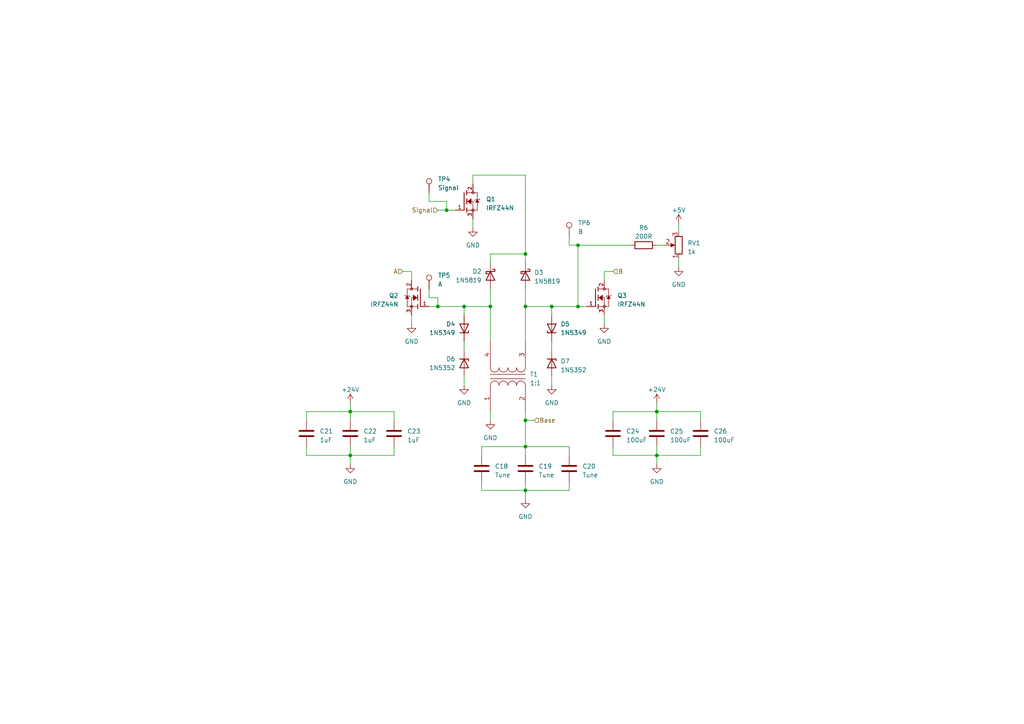
<source format=kicad_sch>
(kicad_sch (version 20230121) (generator eeschema)

  (uuid 9c9620ab-d6ff-4a44-9189-1a5e96c82866)

  (paper "A4")

  (lib_symbols
    (symbol "Connector:TestPoint" (pin_numbers hide) (pin_names (offset 0.762) hide) (in_bom yes) (on_board yes)
      (property "Reference" "TP" (at 0 6.858 0)
        (effects (font (size 1.27 1.27)))
      )
      (property "Value" "TestPoint" (at 0 5.08 0)
        (effects (font (size 1.27 1.27)))
      )
      (property "Footprint" "" (at 5.08 0 0)
        (effects (font (size 1.27 1.27)) hide)
      )
      (property "Datasheet" "~" (at 5.08 0 0)
        (effects (font (size 1.27 1.27)) hide)
      )
      (property "ki_keywords" "test point tp" (at 0 0 0)
        (effects (font (size 1.27 1.27)) hide)
      )
      (property "ki_description" "test point" (at 0 0 0)
        (effects (font (size 1.27 1.27)) hide)
      )
      (property "ki_fp_filters" "Pin* Test*" (at 0 0 0)
        (effects (font (size 1.27 1.27)) hide)
      )
      (symbol "TestPoint_0_1"
        (circle (center 0 3.302) (radius 0.762)
          (stroke (width 0) (type default))
          (fill (type none))
        )
      )
      (symbol "TestPoint_1_1"
        (pin passive line (at 0 0 90) (length 2.54)
          (name "1" (effects (font (size 1.27 1.27))))
          (number "1" (effects (font (size 1.27 1.27))))
        )
      )
    )
    (symbol "Device:C" (pin_numbers hide) (pin_names (offset 0.254)) (in_bom yes) (on_board yes)
      (property "Reference" "C" (at 0.635 2.54 0)
        (effects (font (size 1.27 1.27)) (justify left))
      )
      (property "Value" "C" (at 0.635 -2.54 0)
        (effects (font (size 1.27 1.27)) (justify left))
      )
      (property "Footprint" "" (at 0.9652 -3.81 0)
        (effects (font (size 1.27 1.27)) hide)
      )
      (property "Datasheet" "~" (at 0 0 0)
        (effects (font (size 1.27 1.27)) hide)
      )
      (property "ki_keywords" "cap capacitor" (at 0 0 0)
        (effects (font (size 1.27 1.27)) hide)
      )
      (property "ki_description" "Unpolarized capacitor" (at 0 0 0)
        (effects (font (size 1.27 1.27)) hide)
      )
      (property "ki_fp_filters" "C_*" (at 0 0 0)
        (effects (font (size 1.27 1.27)) hide)
      )
      (symbol "C_0_1"
        (polyline
          (pts
            (xy -2.032 -0.762)
            (xy 2.032 -0.762)
          )
          (stroke (width 0.508) (type default))
          (fill (type none))
        )
        (polyline
          (pts
            (xy -2.032 0.762)
            (xy 2.032 0.762)
          )
          (stroke (width 0.508) (type default))
          (fill (type none))
        )
      )
      (symbol "C_1_1"
        (pin passive line (at 0 3.81 270) (length 2.794)
          (name "~" (effects (font (size 1.27 1.27))))
          (number "1" (effects (font (size 1.27 1.27))))
        )
        (pin passive line (at 0 -3.81 90) (length 2.794)
          (name "~" (effects (font (size 1.27 1.27))))
          (number "2" (effects (font (size 1.27 1.27))))
        )
      )
    )
    (symbol "Device:D_Zener" (pin_numbers hide) (pin_names (offset 1.016) hide) (in_bom yes) (on_board yes)
      (property "Reference" "D" (at 0 2.54 0)
        (effects (font (size 1.27 1.27)))
      )
      (property "Value" "D_Zener" (at 0 -2.54 0)
        (effects (font (size 1.27 1.27)))
      )
      (property "Footprint" "" (at 0 0 0)
        (effects (font (size 1.27 1.27)) hide)
      )
      (property "Datasheet" "~" (at 0 0 0)
        (effects (font (size 1.27 1.27)) hide)
      )
      (property "ki_keywords" "diode" (at 0 0 0)
        (effects (font (size 1.27 1.27)) hide)
      )
      (property "ki_description" "Zener diode" (at 0 0 0)
        (effects (font (size 1.27 1.27)) hide)
      )
      (property "ki_fp_filters" "TO-???* *_Diode_* *SingleDiode* D_*" (at 0 0 0)
        (effects (font (size 1.27 1.27)) hide)
      )
      (symbol "D_Zener_0_1"
        (polyline
          (pts
            (xy 1.27 0)
            (xy -1.27 0)
          )
          (stroke (width 0) (type default))
          (fill (type none))
        )
        (polyline
          (pts
            (xy -1.27 -1.27)
            (xy -1.27 1.27)
            (xy -0.762 1.27)
          )
          (stroke (width 0.254) (type default))
          (fill (type none))
        )
        (polyline
          (pts
            (xy 1.27 -1.27)
            (xy 1.27 1.27)
            (xy -1.27 0)
            (xy 1.27 -1.27)
          )
          (stroke (width 0.254) (type default))
          (fill (type none))
        )
      )
      (symbol "D_Zener_1_1"
        (pin passive line (at -3.81 0 0) (length 2.54)
          (name "K" (effects (font (size 1.27 1.27))))
          (number "1" (effects (font (size 1.27 1.27))))
        )
        (pin passive line (at 3.81 0 180) (length 2.54)
          (name "A" (effects (font (size 1.27 1.27))))
          (number "2" (effects (font (size 1.27 1.27))))
        )
      )
    )
    (symbol "Device:R" (pin_numbers hide) (pin_names (offset 0)) (in_bom yes) (on_board yes)
      (property "Reference" "R" (at 2.032 0 90)
        (effects (font (size 1.27 1.27)))
      )
      (property "Value" "R" (at 0 0 90)
        (effects (font (size 1.27 1.27)))
      )
      (property "Footprint" "" (at -1.778 0 90)
        (effects (font (size 1.27 1.27)) hide)
      )
      (property "Datasheet" "~" (at 0 0 0)
        (effects (font (size 1.27 1.27)) hide)
      )
      (property "ki_keywords" "R res resistor" (at 0 0 0)
        (effects (font (size 1.27 1.27)) hide)
      )
      (property "ki_description" "Resistor" (at 0 0 0)
        (effects (font (size 1.27 1.27)) hide)
      )
      (property "ki_fp_filters" "R_*" (at 0 0 0)
        (effects (font (size 1.27 1.27)) hide)
      )
      (symbol "R_0_1"
        (rectangle (start -1.016 -2.54) (end 1.016 2.54)
          (stroke (width 0.254) (type default))
          (fill (type none))
        )
      )
      (symbol "R_1_1"
        (pin passive line (at 0 3.81 270) (length 1.27)
          (name "~" (effects (font (size 1.27 1.27))))
          (number "1" (effects (font (size 1.27 1.27))))
        )
        (pin passive line (at 0 -3.81 90) (length 1.27)
          (name "~" (effects (font (size 1.27 1.27))))
          (number "2" (effects (font (size 1.27 1.27))))
        )
      )
    )
    (symbol "Device:R_Potentiometer" (pin_names (offset 1.016) hide) (in_bom yes) (on_board yes)
      (property "Reference" "RV" (at -4.445 0 90)
        (effects (font (size 1.27 1.27)))
      )
      (property "Value" "R_Potentiometer" (at -2.54 0 90)
        (effects (font (size 1.27 1.27)))
      )
      (property "Footprint" "" (at 0 0 0)
        (effects (font (size 1.27 1.27)) hide)
      )
      (property "Datasheet" "~" (at 0 0 0)
        (effects (font (size 1.27 1.27)) hide)
      )
      (property "ki_keywords" "resistor variable" (at 0 0 0)
        (effects (font (size 1.27 1.27)) hide)
      )
      (property "ki_description" "Potentiometer" (at 0 0 0)
        (effects (font (size 1.27 1.27)) hide)
      )
      (property "ki_fp_filters" "Potentiometer*" (at 0 0 0)
        (effects (font (size 1.27 1.27)) hide)
      )
      (symbol "R_Potentiometer_0_1"
        (polyline
          (pts
            (xy 2.54 0)
            (xy 1.524 0)
          )
          (stroke (width 0) (type default))
          (fill (type none))
        )
        (polyline
          (pts
            (xy 1.143 0)
            (xy 2.286 0.508)
            (xy 2.286 -0.508)
            (xy 1.143 0)
          )
          (stroke (width 0) (type default))
          (fill (type outline))
        )
        (rectangle (start 1.016 2.54) (end -1.016 -2.54)
          (stroke (width 0.254) (type default))
          (fill (type none))
        )
      )
      (symbol "R_Potentiometer_1_1"
        (pin passive line (at 0 3.81 270) (length 1.27)
          (name "1" (effects (font (size 1.27 1.27))))
          (number "1" (effects (font (size 1.27 1.27))))
        )
        (pin passive line (at 3.81 0 180) (length 1.27)
          (name "2" (effects (font (size 1.27 1.27))))
          (number "2" (effects (font (size 1.27 1.27))))
        )
        (pin passive line (at 0 -3.81 90) (length 1.27)
          (name "3" (effects (font (size 1.27 1.27))))
          (number "3" (effects (font (size 1.27 1.27))))
        )
      )
    )
    (symbol "Device:Transformer_1P_1S" (pin_names (offset 1.016) hide) (in_bom yes) (on_board yes)
      (property "Reference" "T" (at 0 6.35 0)
        (effects (font (size 1.27 1.27)))
      )
      (property "Value" "Transformer_1P_1S" (at 0 -7.62 0)
        (effects (font (size 1.27 1.27)))
      )
      (property "Footprint" "" (at 0 0 0)
        (effects (font (size 1.27 1.27)) hide)
      )
      (property "Datasheet" "~" (at 0 0 0)
        (effects (font (size 1.27 1.27)) hide)
      )
      (property "ki_keywords" "transformer coil magnet" (at 0 0 0)
        (effects (font (size 1.27 1.27)) hide)
      )
      (property "ki_description" "Transformer, single primary, single secondary" (at 0 0 0)
        (effects (font (size 1.27 1.27)) hide)
      )
      (symbol "Transformer_1P_1S_0_1"
        (arc (start -2.54 -5.0546) (mid -1.6599 -4.6901) (end -1.27 -3.81)
          (stroke (width 0) (type default))
          (fill (type none))
        )
        (arc (start -2.54 -2.5146) (mid -1.6599 -2.1501) (end -1.27 -1.27)
          (stroke (width 0) (type default))
          (fill (type none))
        )
        (arc (start -2.54 0.0254) (mid -1.6599 0.3899) (end -1.27 1.27)
          (stroke (width 0) (type default))
          (fill (type none))
        )
        (arc (start -2.54 2.5654) (mid -1.6599 2.9299) (end -1.27 3.81)
          (stroke (width 0) (type default))
          (fill (type none))
        )
        (arc (start -1.27 -3.81) (mid -1.642 -2.912) (end -2.54 -2.54)
          (stroke (width 0) (type default))
          (fill (type none))
        )
        (arc (start -1.27 -1.27) (mid -1.642 -0.372) (end -2.54 0)
          (stroke (width 0) (type default))
          (fill (type none))
        )
        (arc (start -1.27 1.27) (mid -1.642 2.168) (end -2.54 2.54)
          (stroke (width 0) (type default))
          (fill (type none))
        )
        (arc (start -1.27 3.81) (mid -1.642 4.708) (end -2.54 5.08)
          (stroke (width 0) (type default))
          (fill (type none))
        )
        (polyline
          (pts
            (xy -0.635 5.08)
            (xy -0.635 -5.08)
          )
          (stroke (width 0) (type default))
          (fill (type none))
        )
        (polyline
          (pts
            (xy 0.635 -5.08)
            (xy 0.635 5.08)
          )
          (stroke (width 0) (type default))
          (fill (type none))
        )
        (arc (start 1.2954 -1.27) (mid 1.6599 -2.1501) (end 2.54 -2.5146)
          (stroke (width 0) (type default))
          (fill (type none))
        )
        (arc (start 1.2954 1.27) (mid 1.6599 0.3899) (end 2.54 0.0254)
          (stroke (width 0) (type default))
          (fill (type none))
        )
        (arc (start 1.2954 3.81) (mid 1.6599 2.9299) (end 2.54 2.5654)
          (stroke (width 0) (type default))
          (fill (type none))
        )
        (arc (start 1.3208 -3.81) (mid 1.6853 -4.6901) (end 2.5654 -5.0546)
          (stroke (width 0) (type default))
          (fill (type none))
        )
        (arc (start 2.54 0) (mid 1.642 -0.372) (end 1.2954 -1.27)
          (stroke (width 0) (type default))
          (fill (type none))
        )
        (arc (start 2.54 2.54) (mid 1.642 2.168) (end 1.2954 1.27)
          (stroke (width 0) (type default))
          (fill (type none))
        )
        (arc (start 2.54 5.08) (mid 1.642 4.708) (end 1.2954 3.81)
          (stroke (width 0) (type default))
          (fill (type none))
        )
        (arc (start 2.5654 -2.54) (mid 1.6674 -2.912) (end 1.3208 -3.81)
          (stroke (width 0) (type default))
          (fill (type none))
        )
      )
      (symbol "Transformer_1P_1S_1_1"
        (pin passive line (at -10.16 5.08 0) (length 7.62)
          (name "AA" (effects (font (size 1.27 1.27))))
          (number "1" (effects (font (size 1.27 1.27))))
        )
        (pin passive line (at -10.16 -5.08 0) (length 7.62)
          (name "AB" (effects (font (size 1.27 1.27))))
          (number "2" (effects (font (size 1.27 1.27))))
        )
        (pin passive line (at 10.16 -5.08 180) (length 7.62)
          (name "SA" (effects (font (size 1.27 1.27))))
          (number "3" (effects (font (size 1.27 1.27))))
        )
        (pin passive line (at 10.16 5.08 180) (length 7.62)
          (name "SB" (effects (font (size 1.27 1.27))))
          (number "4" (effects (font (size 1.27 1.27))))
        )
      )
    )
    (symbol "Diode:1N5819" (pin_numbers hide) (pin_names (offset 1.016) hide) (in_bom yes) (on_board yes)
      (property "Reference" "D" (at 0 2.54 0)
        (effects (font (size 1.27 1.27)))
      )
      (property "Value" "1N5819" (at 0 -2.54 0)
        (effects (font (size 1.27 1.27)))
      )
      (property "Footprint" "Diode_THT:D_DO-41_SOD81_P10.16mm_Horizontal" (at 0 -4.445 0)
        (effects (font (size 1.27 1.27)) hide)
      )
      (property "Datasheet" "http://www.vishay.com/docs/88525/1n5817.pdf" (at 0 0 0)
        (effects (font (size 1.27 1.27)) hide)
      )
      (property "ki_keywords" "diode Schottky" (at 0 0 0)
        (effects (font (size 1.27 1.27)) hide)
      )
      (property "ki_description" "40V 1A Schottky Barrier Rectifier Diode, DO-41" (at 0 0 0)
        (effects (font (size 1.27 1.27)) hide)
      )
      (property "ki_fp_filters" "D*DO?41*" (at 0 0 0)
        (effects (font (size 1.27 1.27)) hide)
      )
      (symbol "1N5819_0_1"
        (polyline
          (pts
            (xy 1.27 0)
            (xy -1.27 0)
          )
          (stroke (width 0) (type default))
          (fill (type none))
        )
        (polyline
          (pts
            (xy 1.27 1.27)
            (xy 1.27 -1.27)
            (xy -1.27 0)
            (xy 1.27 1.27)
          )
          (stroke (width 0.254) (type default))
          (fill (type none))
        )
        (polyline
          (pts
            (xy -1.905 0.635)
            (xy -1.905 1.27)
            (xy -1.27 1.27)
            (xy -1.27 -1.27)
            (xy -0.635 -1.27)
            (xy -0.635 -0.635)
          )
          (stroke (width 0.254) (type default))
          (fill (type none))
        )
      )
      (symbol "1N5819_1_1"
        (pin passive line (at -3.81 0 0) (length 2.54)
          (name "K" (effects (font (size 1.27 1.27))))
          (number "1" (effects (font (size 1.27 1.27))))
        )
        (pin passive line (at 3.81 0 180) (length 2.54)
          (name "A" (effects (font (size 1.27 1.27))))
          (number "2" (effects (font (size 1.27 1.27))))
        )
      )
    )
    (symbol "IRFZ44N:IRFZ44N" (pin_names (offset 1.016)) (in_bom yes) (on_board yes)
      (property "Reference" "Q" (at -8.89 2.54 0)
        (effects (font (size 1.27 1.27)) (justify left bottom))
      )
      (property "Value" "IRFZ44N" (at -8.89 -7.62 0)
        (effects (font (size 1.27 1.27)) (justify left bottom))
      )
      (property "Footprint" "IRFZ44N:TO254P1016X419X2286-3" (at 0 0 0)
        (effects (font (size 1.27 1.27)) (justify bottom) hide)
      )
      (property "Datasheet" "" (at 0 0 0)
        (effects (font (size 1.27 1.27)) hide)
      )
      (property "MF" "Infineon Technologies" (at 0 0 0)
        (effects (font (size 1.27 1.27)) (justify bottom) hide)
      )
      (property "MAXIMUM_PACKAGE_HEIGHT" "22.86 mm" (at 0 0 0)
        (effects (font (size 1.27 1.27)) (justify bottom) hide)
      )
      (property "Package" "TO-220-3 Infineon" (at 0 0 0)
        (effects (font (size 1.27 1.27)) (justify bottom) hide)
      )
      (property "Price" "None" (at 0 0 0)
        (effects (font (size 1.27 1.27)) (justify bottom) hide)
      )
      (property "Check_prices" "https://www.snapeda.com/parts/IRFZ44N/Infineon+Technologies/view-part/?ref=eda" (at 0 0 0)
        (effects (font (size 1.27 1.27)) (justify bottom) hide)
      )
      (property "STANDARD" "IPC 7351B" (at 0 0 0)
        (effects (font (size 1.27 1.27)) (justify bottom) hide)
      )
      (property "PARTREV" "09/21/10" (at 0 0 0)
        (effects (font (size 1.27 1.27)) (justify bottom) hide)
      )
      (property "SnapEDA_Link" "https://www.snapeda.com/parts/IRFZ44N/Infineon+Technologies/view-part/?ref=snap" (at 0 0 0)
        (effects (font (size 1.27 1.27)) (justify bottom) hide)
      )
      (property "MP" "IRFZ44N" (at 0 0 0)
        (effects (font (size 1.27 1.27)) (justify bottom) hide)
      )
      (property "Purchase-URL" "https://www.snapeda.com/api/url_track_click_mouser/?unipart_id=558410&manufacturer=Infineon Technologies&part_name=IRFZ44N&search_term=None" (at 0 0 0)
        (effects (font (size 1.27 1.27)) (justify bottom) hide)
      )
      (property "Description" "\nN-Channel 55 V 49A (Tc) 94W (Tc) Through Hole TO-220AB\n" (at 0 0 0)
        (effects (font (size 1.27 1.27)) (justify bottom) hide)
      )
      (property "SNAPEDA_PN" "IRFZ44N" (at 0 0 0)
        (effects (font (size 1.27 1.27)) (justify bottom) hide)
      )
      (property "Availability" "In Stock" (at 0 0 0)
        (effects (font (size 1.27 1.27)) (justify bottom) hide)
      )
      (property "MANUFACTURER" "Infineon" (at 0 0 0)
        (effects (font (size 1.27 1.27)) (justify bottom) hide)
      )
      (symbol "IRFZ44N_0_0"
        (polyline
          (pts
            (xy 0 2.54)
            (xy 0 -2.54)
          )
          (stroke (width 0.254) (type default))
          (fill (type none))
        )
        (polyline
          (pts
            (xy 0.762 -2.54)
            (xy 0.762 -3.175)
          )
          (stroke (width 0.254) (type default))
          (fill (type none))
        )
        (polyline
          (pts
            (xy 0.762 -1.905)
            (xy 0.762 -2.54)
          )
          (stroke (width 0.254) (type default))
          (fill (type none))
        )
        (polyline
          (pts
            (xy 0.762 0)
            (xy 0.762 -0.762)
          )
          (stroke (width 0.254) (type default))
          (fill (type none))
        )
        (polyline
          (pts
            (xy 0.762 0)
            (xy 2.54 0)
          )
          (stroke (width 0.1524) (type default))
          (fill (type none))
        )
        (polyline
          (pts
            (xy 0.762 0.762)
            (xy 0.762 0)
          )
          (stroke (width 0.254) (type default))
          (fill (type none))
        )
        (polyline
          (pts
            (xy 0.762 2.54)
            (xy 0.762 1.905)
          )
          (stroke (width 0.254) (type default))
          (fill (type none))
        )
        (polyline
          (pts
            (xy 0.762 2.54)
            (xy 3.81 2.54)
          )
          (stroke (width 0.1524) (type default))
          (fill (type none))
        )
        (polyline
          (pts
            (xy 0.762 3.175)
            (xy 0.762 2.54)
          )
          (stroke (width 0.254) (type default))
          (fill (type none))
        )
        (polyline
          (pts
            (xy 2.54 -2.54)
            (xy 0.762 -2.54)
          )
          (stroke (width 0.1524) (type default))
          (fill (type none))
        )
        (polyline
          (pts
            (xy 2.54 -2.54)
            (xy 3.81 -2.54)
          )
          (stroke (width 0.1524) (type default))
          (fill (type none))
        )
        (polyline
          (pts
            (xy 2.54 0)
            (xy 2.54 -2.54)
          )
          (stroke (width 0.1524) (type default))
          (fill (type none))
        )
        (polyline
          (pts
            (xy 3.302 0.508)
            (xy 3.048 0.254)
          )
          (stroke (width 0.1524) (type default))
          (fill (type none))
        )
        (polyline
          (pts
            (xy 3.81 0.508)
            (xy 3.302 0.508)
          )
          (stroke (width 0.1524) (type default))
          (fill (type none))
        )
        (polyline
          (pts
            (xy 3.81 0.508)
            (xy 3.81 -2.54)
          )
          (stroke (width 0.1524) (type default))
          (fill (type none))
        )
        (polyline
          (pts
            (xy 3.81 2.54)
            (xy 3.81 0.508)
          )
          (stroke (width 0.1524) (type default))
          (fill (type none))
        )
        (polyline
          (pts
            (xy 4.318 0.508)
            (xy 3.81 0.508)
          )
          (stroke (width 0.1524) (type default))
          (fill (type none))
        )
        (polyline
          (pts
            (xy 4.572 0.762)
            (xy 4.318 0.508)
          )
          (stroke (width 0.1524) (type default))
          (fill (type none))
        )
        (polyline
          (pts
            (xy 1.016 0)
            (xy 2.032 0.762)
            (xy 2.032 -0.762)
            (xy 1.016 0)
          )
          (stroke (width 0.1524) (type default))
          (fill (type outline))
        )
        (polyline
          (pts
            (xy 3.81 0.508)
            (xy 3.302 -0.254)
            (xy 4.318 -0.254)
            (xy 3.81 0.508)
          )
          (stroke (width 0.1524) (type default))
          (fill (type outline))
        )
        (circle (center 2.54 -2.54) (radius 0.3592)
          (stroke (width 0) (type default))
          (fill (type none))
        )
        (circle (center 2.54 2.54) (radius 0.3592)
          (stroke (width 0) (type default))
          (fill (type none))
        )
        (pin passive line (at -2.54 -2.54 0) (length 2.54)
          (name "~" (effects (font (size 1.016 1.016))))
          (number "1" (effects (font (size 1.016 1.016))))
        )
        (pin passive line (at 2.54 5.08 270) (length 2.54)
          (name "~" (effects (font (size 1.016 1.016))))
          (number "2" (effects (font (size 1.016 1.016))))
        )
        (pin passive line (at 2.54 -5.08 90) (length 2.54)
          (name "~" (effects (font (size 1.016 1.016))))
          (number "3" (effects (font (size 1.016 1.016))))
        )
      )
    )
    (symbol "power:+24V" (power) (pin_names (offset 0)) (in_bom yes) (on_board yes)
      (property "Reference" "#PWR" (at 0 -3.81 0)
        (effects (font (size 1.27 1.27)) hide)
      )
      (property "Value" "+24V" (at 0 3.556 0)
        (effects (font (size 1.27 1.27)))
      )
      (property "Footprint" "" (at 0 0 0)
        (effects (font (size 1.27 1.27)) hide)
      )
      (property "Datasheet" "" (at 0 0 0)
        (effects (font (size 1.27 1.27)) hide)
      )
      (property "ki_keywords" "global power" (at 0 0 0)
        (effects (font (size 1.27 1.27)) hide)
      )
      (property "ki_description" "Power symbol creates a global label with name \"+24V\"" (at 0 0 0)
        (effects (font (size 1.27 1.27)) hide)
      )
      (symbol "+24V_0_1"
        (polyline
          (pts
            (xy -0.762 1.27)
            (xy 0 2.54)
          )
          (stroke (width 0) (type default))
          (fill (type none))
        )
        (polyline
          (pts
            (xy 0 0)
            (xy 0 2.54)
          )
          (stroke (width 0) (type default))
          (fill (type none))
        )
        (polyline
          (pts
            (xy 0 2.54)
            (xy 0.762 1.27)
          )
          (stroke (width 0) (type default))
          (fill (type none))
        )
      )
      (symbol "+24V_1_1"
        (pin power_in line (at 0 0 90) (length 0) hide
          (name "+24V" (effects (font (size 1.27 1.27))))
          (number "1" (effects (font (size 1.27 1.27))))
        )
      )
    )
    (symbol "power:+5V" (power) (pin_names (offset 0)) (in_bom yes) (on_board yes)
      (property "Reference" "#PWR" (at 0 -3.81 0)
        (effects (font (size 1.27 1.27)) hide)
      )
      (property "Value" "+5V" (at 0 3.556 0)
        (effects (font (size 1.27 1.27)))
      )
      (property "Footprint" "" (at 0 0 0)
        (effects (font (size 1.27 1.27)) hide)
      )
      (property "Datasheet" "" (at 0 0 0)
        (effects (font (size 1.27 1.27)) hide)
      )
      (property "ki_keywords" "global power" (at 0 0 0)
        (effects (font (size 1.27 1.27)) hide)
      )
      (property "ki_description" "Power symbol creates a global label with name \"+5V\"" (at 0 0 0)
        (effects (font (size 1.27 1.27)) hide)
      )
      (symbol "+5V_0_1"
        (polyline
          (pts
            (xy -0.762 1.27)
            (xy 0 2.54)
          )
          (stroke (width 0) (type default))
          (fill (type none))
        )
        (polyline
          (pts
            (xy 0 0)
            (xy 0 2.54)
          )
          (stroke (width 0) (type default))
          (fill (type none))
        )
        (polyline
          (pts
            (xy 0 2.54)
            (xy 0.762 1.27)
          )
          (stroke (width 0) (type default))
          (fill (type none))
        )
      )
      (symbol "+5V_1_1"
        (pin power_in line (at 0 0 90) (length 0) hide
          (name "+5V" (effects (font (size 1.27 1.27))))
          (number "1" (effects (font (size 1.27 1.27))))
        )
      )
    )
    (symbol "power:GND" (power) (pin_names (offset 0)) (in_bom yes) (on_board yes)
      (property "Reference" "#PWR" (at 0 -6.35 0)
        (effects (font (size 1.27 1.27)) hide)
      )
      (property "Value" "GND" (at 0 -3.81 0)
        (effects (font (size 1.27 1.27)))
      )
      (property "Footprint" "" (at 0 0 0)
        (effects (font (size 1.27 1.27)) hide)
      )
      (property "Datasheet" "" (at 0 0 0)
        (effects (font (size 1.27 1.27)) hide)
      )
      (property "ki_keywords" "global power" (at 0 0 0)
        (effects (font (size 1.27 1.27)) hide)
      )
      (property "ki_description" "Power symbol creates a global label with name \"GND\" , ground" (at 0 0 0)
        (effects (font (size 1.27 1.27)) hide)
      )
      (symbol "GND_0_1"
        (polyline
          (pts
            (xy 0 0)
            (xy 0 -1.27)
            (xy 1.27 -1.27)
            (xy 0 -2.54)
            (xy -1.27 -1.27)
            (xy 0 -1.27)
          )
          (stroke (width 0) (type default))
          (fill (type none))
        )
      )
      (symbol "GND_1_1"
        (pin power_in line (at 0 0 270) (length 0) hide
          (name "GND" (effects (font (size 1.27 1.27))))
          (number "1" (effects (font (size 1.27 1.27))))
        )
      )
    )
  )

  (junction (at 129.54 60.96) (diameter 0) (color 0 0 0 0)
    (uuid 1c1693d6-a18b-4887-bce5-b756d35a8b01)
  )
  (junction (at 101.6 119.38) (diameter 0) (color 0 0 0 0)
    (uuid 21b11f68-3237-4630-a633-9faaeeb30277)
  )
  (junction (at 160.02 88.9) (diameter 0) (color 0 0 0 0)
    (uuid 22b5de65-b550-4597-9af0-e461bf3bbdf2)
  )
  (junction (at 167.64 88.9) (diameter 0) (color 0 0 0 0)
    (uuid 462c3d2f-e127-483a-afd8-debfb62dd3d4)
  )
  (junction (at 152.4 129.54) (diameter 0) (color 0 0 0 0)
    (uuid 52afb26d-a1af-4910-80c5-c597256cf8c8)
  )
  (junction (at 152.4 88.9) (diameter 0) (color 0 0 0 0)
    (uuid 65fb46ee-dde9-4098-b6bb-4d95e35dfd12)
  )
  (junction (at 134.62 88.9) (diameter 0) (color 0 0 0 0)
    (uuid 7a732293-5f51-4c4e-b739-30c841b6b2f6)
  )
  (junction (at 167.64 71.12) (diameter 0) (color 0 0 0 0)
    (uuid 84954a70-963e-4cea-a179-7a9dc877f866)
  )
  (junction (at 101.6 132.08) (diameter 0) (color 0 0 0 0)
    (uuid 85426497-5b3f-422c-aaf2-e0bba263403d)
  )
  (junction (at 142.24 88.9) (diameter 0) (color 0 0 0 0)
    (uuid bb43f0b5-a629-4934-a86c-5a62c59e749f)
  )
  (junction (at 190.5 119.38) (diameter 0) (color 0 0 0 0)
    (uuid bcea6cb1-9454-42ed-b1e0-0d41ea173258)
  )
  (junction (at 152.4 73.66) (diameter 0) (color 0 0 0 0)
    (uuid d22f1ffb-b2ef-404d-aabe-7b7531ed023a)
  )
  (junction (at 152.4 142.24) (diameter 0) (color 0 0 0 0)
    (uuid d5a92cab-f168-4473-82b0-3da8da3330ca)
  )
  (junction (at 190.5 132.08) (diameter 0) (color 0 0 0 0)
    (uuid e4b4f7e4-266d-4e89-8bc3-b9f1db20de2a)
  )
  (junction (at 127 88.9) (diameter 0) (color 0 0 0 0)
    (uuid e750ca81-3351-4996-90e7-08a11bbd0942)
  )
  (junction (at 152.4 121.92) (diameter 0) (color 0 0 0 0)
    (uuid f3057748-0b8b-4d13-8b6c-5feacc01145b)
  )

  (wire (pts (xy 177.8 121.92) (xy 177.8 119.38))
    (stroke (width 0) (type default))
    (uuid 009151f2-7172-4627-9f3d-9d427c4c914d)
  )
  (wire (pts (xy 152.4 121.92) (xy 154.94 121.92))
    (stroke (width 0) (type default))
    (uuid 02015e4d-3186-44b8-a4c6-4aaa52a94143)
  )
  (wire (pts (xy 165.1 71.12) (xy 165.1 68.58))
    (stroke (width 0) (type default))
    (uuid 029f0549-9801-4b95-a0ca-2eb86f6f770b)
  )
  (wire (pts (xy 182.88 71.12) (xy 167.64 71.12))
    (stroke (width 0) (type default))
    (uuid 05665276-b9af-4bee-b2ca-f1812cf379a5)
  )
  (wire (pts (xy 160.02 88.9) (xy 160.02 91.44))
    (stroke (width 0) (type default))
    (uuid 069e3aae-27a2-4b7b-a4c2-f84578783ffc)
  )
  (wire (pts (xy 101.6 119.38) (xy 114.3 119.38))
    (stroke (width 0) (type default))
    (uuid 1472d5b3-4b77-41de-8157-24b5960eb152)
  )
  (wire (pts (xy 190.5 132.08) (xy 203.2 132.08))
    (stroke (width 0) (type default))
    (uuid 16090564-e37a-4ac0-9922-97fe33564d21)
  )
  (wire (pts (xy 190.5 119.38) (xy 190.5 116.84))
    (stroke (width 0) (type default))
    (uuid 18e3005d-7efc-43c6-931f-ef22b665ce3d)
  )
  (wire (pts (xy 134.62 88.9) (xy 142.24 88.9))
    (stroke (width 0) (type default))
    (uuid 1c8127b9-6deb-486b-8c89-5c6374a4ad34)
  )
  (wire (pts (xy 134.62 109.22) (xy 134.62 111.76))
    (stroke (width 0) (type default))
    (uuid 1d42d667-c256-4dbc-ab53-14c58b1194c9)
  )
  (wire (pts (xy 177.8 132.08) (xy 177.8 129.54))
    (stroke (width 0) (type default))
    (uuid 1f359194-7b43-4630-a1c9-3664f723f3df)
  )
  (wire (pts (xy 142.24 88.9) (xy 142.24 99.06))
    (stroke (width 0) (type default))
    (uuid 1f9046bb-f42e-405d-ab38-25fd39d569f7)
  )
  (wire (pts (xy 165.1 142.24) (xy 152.4 142.24))
    (stroke (width 0) (type default))
    (uuid 1fae1c5b-54a9-4362-9905-d957d0fe7a6b)
  )
  (wire (pts (xy 88.9 119.38) (xy 88.9 121.92))
    (stroke (width 0) (type default))
    (uuid 20cf9e51-610a-452c-9d29-c03dbf873588)
  )
  (wire (pts (xy 160.02 109.22) (xy 160.02 111.76))
    (stroke (width 0) (type default))
    (uuid 2c56b85e-a314-4c93-84e0-934c04f44fb6)
  )
  (wire (pts (xy 142.24 119.38) (xy 142.24 121.92))
    (stroke (width 0) (type default))
    (uuid 300e4d4e-e706-4c6b-9a9d-e469a66848b5)
  )
  (wire (pts (xy 160.02 88.9) (xy 167.64 88.9))
    (stroke (width 0) (type default))
    (uuid 32ee949a-7729-4536-b919-596c6f8678c4)
  )
  (wire (pts (xy 152.4 142.24) (xy 152.4 144.78))
    (stroke (width 0) (type default))
    (uuid 335f0f2d-b585-4c0a-bda9-a40e70f9df7a)
  )
  (wire (pts (xy 142.24 76.2) (xy 142.24 73.66))
    (stroke (width 0) (type default))
    (uuid 39f493c9-26c4-4f51-abdf-9330f6a7294e)
  )
  (wire (pts (xy 190.5 119.38) (xy 203.2 119.38))
    (stroke (width 0) (type default))
    (uuid 3c4d12f6-ab30-4a09-817c-54386afa7eda)
  )
  (wire (pts (xy 137.16 50.8) (xy 137.16 53.34))
    (stroke (width 0) (type default))
    (uuid 3fc2960b-6b5f-4676-811f-7f8fd8a9944e)
  )
  (wire (pts (xy 127 86.36) (xy 127 88.9))
    (stroke (width 0) (type default))
    (uuid 402b9ddb-c750-461e-9e49-de4d6cceb2a0)
  )
  (wire (pts (xy 175.26 91.44) (xy 175.26 93.98))
    (stroke (width 0) (type default))
    (uuid 424da864-eda8-419e-a745-ee1468c07513)
  )
  (wire (pts (xy 190.5 119.38) (xy 190.5 121.92))
    (stroke (width 0) (type default))
    (uuid 44d53041-13e1-43f2-b4db-dc1474a185ba)
  )
  (wire (pts (xy 152.4 139.7) (xy 152.4 142.24))
    (stroke (width 0) (type default))
    (uuid 4800d9b5-5615-4622-a654-65f501432a7c)
  )
  (wire (pts (xy 124.46 55.88) (xy 124.46 58.42))
    (stroke (width 0) (type default))
    (uuid 4b3da8b2-a6c1-4789-a0ca-a91cce1da3dd)
  )
  (wire (pts (xy 203.2 119.38) (xy 203.2 121.92))
    (stroke (width 0) (type default))
    (uuid 4fb7dd69-d202-4ad1-b143-8034ce1b4527)
  )
  (wire (pts (xy 139.7 139.7) (xy 139.7 142.24))
    (stroke (width 0) (type default))
    (uuid 4fea21ed-a1b2-4761-aff8-fce22f90d4ab)
  )
  (wire (pts (xy 152.4 119.38) (xy 152.4 121.92))
    (stroke (width 0) (type default))
    (uuid 52cfff65-7b10-4230-8841-f3a07a933967)
  )
  (wire (pts (xy 139.7 129.54) (xy 152.4 129.54))
    (stroke (width 0) (type default))
    (uuid 54956031-fa82-4381-a57d-ecf0ffbe696f)
  )
  (wire (pts (xy 152.4 73.66) (xy 152.4 76.2))
    (stroke (width 0) (type default))
    (uuid 5b2e2d79-e9a5-4bfe-a935-6ba2224d0d02)
  )
  (wire (pts (xy 196.85 74.93) (xy 196.85 77.47))
    (stroke (width 0) (type default))
    (uuid 5bcf42e7-6025-418a-a40e-d68d38e83947)
  )
  (wire (pts (xy 152.4 83.82) (xy 152.4 88.9))
    (stroke (width 0) (type default))
    (uuid 5d67da31-0575-4118-b888-c4c8ca3e5c50)
  )
  (wire (pts (xy 160.02 99.06) (xy 160.02 101.6))
    (stroke (width 0) (type default))
    (uuid 5fdddcf7-e489-4daf-a242-7dde90d20c4c)
  )
  (wire (pts (xy 101.6 119.38) (xy 88.9 119.38))
    (stroke (width 0) (type default))
    (uuid 66805e0c-9d6c-4483-9c85-e672fa88b4f5)
  )
  (wire (pts (xy 101.6 116.84) (xy 101.6 119.38))
    (stroke (width 0) (type default))
    (uuid 6a63840b-8a31-45dc-924f-80414958fd98)
  )
  (wire (pts (xy 175.26 78.74) (xy 177.8 78.74))
    (stroke (width 0) (type default))
    (uuid 6ec864c4-e934-46df-87ba-9208cb5550f2)
  )
  (wire (pts (xy 167.64 88.9) (xy 170.18 88.9))
    (stroke (width 0) (type default))
    (uuid 75d90e8c-9342-46f5-8d20-1ca64902151b)
  )
  (wire (pts (xy 101.6 132.08) (xy 101.6 134.62))
    (stroke (width 0) (type default))
    (uuid 76fe46ff-35ab-4e9e-9f4e-b23fc8acc4b3)
  )
  (wire (pts (xy 152.4 129.54) (xy 165.1 129.54))
    (stroke (width 0) (type default))
    (uuid 7b82479c-f821-4cd7-a160-8623d1110247)
  )
  (wire (pts (xy 152.4 129.54) (xy 152.4 132.08))
    (stroke (width 0) (type default))
    (uuid 7c4478d6-14c5-4ee1-8f0f-a8cbfb431931)
  )
  (wire (pts (xy 190.5 129.54) (xy 190.5 132.08))
    (stroke (width 0) (type default))
    (uuid 7daad21a-33fe-48c3-83ba-8bea73f13108)
  )
  (wire (pts (xy 127 60.96) (xy 129.54 60.96))
    (stroke (width 0) (type default))
    (uuid 7e366fb1-ee10-4f46-b7bf-6730c66bf028)
  )
  (wire (pts (xy 127 88.9) (xy 134.62 88.9))
    (stroke (width 0) (type default))
    (uuid 83b60fe7-a9eb-4f6f-a386-564e90635228)
  )
  (wire (pts (xy 124.46 58.42) (xy 129.54 58.42))
    (stroke (width 0) (type default))
    (uuid 843edbef-99eb-4511-828a-5ee6e5ad40fc)
  )
  (wire (pts (xy 152.4 129.54) (xy 152.4 121.92))
    (stroke (width 0) (type default))
    (uuid 84be5a0b-42c4-4d83-8f1b-c1d59f6fdf06)
  )
  (wire (pts (xy 114.3 119.38) (xy 114.3 121.92))
    (stroke (width 0) (type default))
    (uuid 8a1977c3-0342-4dfd-88f3-c87ebb4ccc08)
  )
  (wire (pts (xy 124.46 88.9) (xy 127 88.9))
    (stroke (width 0) (type default))
    (uuid 90318e9c-4f17-4b8e-ba5f-0d7c4e778fe8)
  )
  (wire (pts (xy 139.7 129.54) (xy 139.7 132.08))
    (stroke (width 0) (type default))
    (uuid 910b0d26-add9-4974-9443-8eb88b48eec3)
  )
  (wire (pts (xy 167.64 71.12) (xy 167.64 88.9))
    (stroke (width 0) (type default))
    (uuid 919f741c-d759-4973-84b9-e56c197f07fd)
  )
  (wire (pts (xy 152.4 73.66) (xy 152.4 50.8))
    (stroke (width 0) (type default))
    (uuid 94c11b6a-e72f-4a86-b543-daf9e3a201db)
  )
  (wire (pts (xy 129.54 58.42) (xy 129.54 60.96))
    (stroke (width 0) (type default))
    (uuid 976b1972-3591-43ae-b1b0-8811bbc67a9f)
  )
  (wire (pts (xy 167.64 71.12) (xy 165.1 71.12))
    (stroke (width 0) (type default))
    (uuid 98805235-dc73-46c3-bee4-7999c9ae7710)
  )
  (wire (pts (xy 177.8 119.38) (xy 190.5 119.38))
    (stroke (width 0) (type default))
    (uuid 9dcd759e-b18a-4d81-95a7-e249a1fc2c4a)
  )
  (wire (pts (xy 152.4 88.9) (xy 160.02 88.9))
    (stroke (width 0) (type default))
    (uuid 9e623289-1d88-4291-b57c-6a9ac17d4547)
  )
  (wire (pts (xy 196.85 64.77) (xy 196.85 67.31))
    (stroke (width 0) (type default))
    (uuid 9eeef75f-1209-45e0-8ae7-88ea1e5ae8e7)
  )
  (wire (pts (xy 165.1 139.7) (xy 165.1 142.24))
    (stroke (width 0) (type default))
    (uuid 9f52ff3f-7b7a-4d9f-b52d-0cbb88352d99)
  )
  (wire (pts (xy 190.5 132.08) (xy 177.8 132.08))
    (stroke (width 0) (type default))
    (uuid a38d70d3-df38-4127-87da-438180c38df1)
  )
  (wire (pts (xy 190.5 71.12) (xy 193.04 71.12))
    (stroke (width 0) (type default))
    (uuid ab638460-1bb6-44ab-bb57-fb83ce5d16cd)
  )
  (wire (pts (xy 165.1 129.54) (xy 165.1 132.08))
    (stroke (width 0) (type default))
    (uuid b04c3c67-0567-42f5-9254-b9559c40b00f)
  )
  (wire (pts (xy 124.46 83.82) (xy 124.46 86.36))
    (stroke (width 0) (type default))
    (uuid b1285e17-041d-49bb-bab3-f21c72770848)
  )
  (wire (pts (xy 152.4 88.9) (xy 152.4 99.06))
    (stroke (width 0) (type default))
    (uuid b4308a0c-6e35-4583-917c-70e9a99d1ccf)
  )
  (wire (pts (xy 101.6 132.08) (xy 114.3 132.08))
    (stroke (width 0) (type default))
    (uuid b8170f72-e13c-4154-b615-414387e4947b)
  )
  (wire (pts (xy 134.62 88.9) (xy 134.62 91.44))
    (stroke (width 0) (type default))
    (uuid b8547ddd-2068-4dd5-8eef-2f5be57c777d)
  )
  (wire (pts (xy 203.2 132.08) (xy 203.2 129.54))
    (stroke (width 0) (type default))
    (uuid b85a6bc0-6880-438d-96fb-3c3730633804)
  )
  (wire (pts (xy 101.6 132.08) (xy 88.9 132.08))
    (stroke (width 0) (type default))
    (uuid bb016bd5-0b61-4874-a627-5866255fc66a)
  )
  (wire (pts (xy 142.24 88.9) (xy 142.24 83.82))
    (stroke (width 0) (type default))
    (uuid bb4856e8-a408-415b-b1fc-108c571ca847)
  )
  (wire (pts (xy 124.46 86.36) (xy 127 86.36))
    (stroke (width 0) (type default))
    (uuid bbf26a4a-d6b1-4205-bb76-b9034b581995)
  )
  (wire (pts (xy 137.16 63.5) (xy 137.16 66.04))
    (stroke (width 0) (type default))
    (uuid bc15aadb-b5de-4b25-b98b-ed45748cf341)
  )
  (wire (pts (xy 101.6 119.38) (xy 101.6 121.92))
    (stroke (width 0) (type default))
    (uuid be4997bb-6395-42c7-b813-c13ee60d77d3)
  )
  (wire (pts (xy 119.38 91.44) (xy 119.38 93.98))
    (stroke (width 0) (type default))
    (uuid d06367fb-253a-4c25-9eab-b9eceffac51a)
  )
  (wire (pts (xy 142.24 73.66) (xy 152.4 73.66))
    (stroke (width 0) (type default))
    (uuid d5985373-ed17-403b-a470-29aa9de60527)
  )
  (wire (pts (xy 175.26 81.28) (xy 175.26 78.74))
    (stroke (width 0) (type default))
    (uuid d62f614b-471d-4937-8969-72b5c1bc050a)
  )
  (wire (pts (xy 114.3 132.08) (xy 114.3 129.54))
    (stroke (width 0) (type default))
    (uuid d74f0376-fe44-4155-8188-f9026100c90f)
  )
  (wire (pts (xy 116.84 78.74) (xy 119.38 78.74))
    (stroke (width 0) (type default))
    (uuid de6b0837-6266-43c9-b84b-f5286e57e155)
  )
  (wire (pts (xy 134.62 99.06) (xy 134.62 101.6))
    (stroke (width 0) (type default))
    (uuid dfa6927e-920b-4212-9adc-a2351226d4e0)
  )
  (wire (pts (xy 88.9 132.08) (xy 88.9 129.54))
    (stroke (width 0) (type default))
    (uuid e4e667ad-c01b-41c9-b10a-50b4aac368a5)
  )
  (wire (pts (xy 101.6 129.54) (xy 101.6 132.08))
    (stroke (width 0) (type default))
    (uuid e71b2d18-c5f6-4681-992c-ff948c389f44)
  )
  (wire (pts (xy 190.5 132.08) (xy 190.5 134.62))
    (stroke (width 0) (type default))
    (uuid e76d4079-cce3-4d9b-ba73-06da0a576026)
  )
  (wire (pts (xy 129.54 60.96) (xy 132.08 60.96))
    (stroke (width 0) (type default))
    (uuid ebcdeda6-0e13-47b5-a417-356d168793d9)
  )
  (wire (pts (xy 139.7 142.24) (xy 152.4 142.24))
    (stroke (width 0) (type default))
    (uuid ef5c028f-af3c-4c92-8c5c-8c9fe31dee2e)
  )
  (wire (pts (xy 152.4 50.8) (xy 137.16 50.8))
    (stroke (width 0) (type default))
    (uuid f7e7211b-811c-4635-a6e5-80202ce75a58)
  )
  (wire (pts (xy 119.38 78.74) (xy 119.38 81.28))
    (stroke (width 0) (type default))
    (uuid fc638d6f-a7b6-4a98-9a9e-3ea1cd4aac75)
  )

  (hierarchical_label "Signal" (shape input) (at 127 60.96 180) (fields_autoplaced)
    (effects (font (size 1.27 1.27)) (justify right))
    (uuid 363caaa7-8f8d-4f6f-8ae8-9410961fefe7)
  )
  (hierarchical_label "B" (shape input) (at 177.8 78.74 0) (fields_autoplaced)
    (effects (font (size 1.27 1.27)) (justify left))
    (uuid 76bb0f82-a102-4f25-be05-992751fd8b21)
  )
  (hierarchical_label "A" (shape input) (at 116.84 78.74 180) (fields_autoplaced)
    (effects (font (size 1.27 1.27)) (justify right))
    (uuid ceb0b2d4-0a60-4690-a7e4-c2e46f76f247)
  )
  (hierarchical_label "Base" (shape input) (at 154.94 121.92 0) (fields_autoplaced)
    (effects (font (size 1.27 1.27)) (justify left))
    (uuid dd235e1f-8b5a-42e2-a9d8-9aef9f4a4330)
  )

  (symbol (lib_id "Device:C") (at 152.4 135.89 0) (unit 1)
    (in_bom yes) (on_board yes) (dnp no) (fields_autoplaced)
    (uuid 209ffdd4-1cb9-42f0-be28-06aedf293cac)
    (property "Reference" "C19" (at 156.21 135.255 0)
      (effects (font (size 1.27 1.27)) (justify left))
    )
    (property "Value" "Tune" (at 156.21 137.795 0)
      (effects (font (size 1.27 1.27)) (justify left))
    )
    (property "Footprint" "Capacitor_SMD:C_0603_1608Metric" (at 153.3652 139.7 0)
      (effects (font (size 1.27 1.27)) hide)
    )
    (property "Datasheet" "~" (at 152.4 135.89 0)
      (effects (font (size 1.27 1.27)) hide)
    )
    (pin "1" (uuid a8cf08a1-a8ed-492a-8db6-8ccd3b4cc7b6))
    (pin "2" (uuid aae9b9aa-3f3d-43fa-81ec-32ccbe5f072b))
    (instances
      (project "uTesla"
        (path "/0cecab2b-a552-4f9c-b012-66fc2b7d8bdb/44b4a965-d1c4-4853-bb2e-cf8d84c41bf6"
          (reference "C19") (unit 1)
        )
      )
    )
  )

  (symbol (lib_id "Device:D_Zener") (at 160.02 95.25 90) (unit 1)
    (in_bom yes) (on_board yes) (dnp no)
    (uuid 21965dd3-da05-4cad-9f38-e879348f0d6c)
    (property "Reference" "D5" (at 162.56 93.98 90)
      (effects (font (size 1.27 1.27)) (justify right))
    )
    (property "Value" "1N5349" (at 162.56 96.52 90)
      (effects (font (size 1.27 1.27)) (justify right))
    )
    (property "Footprint" "Diode_THT:D_DO-41_SOD81_P10.16mm_Horizontal" (at 160.02 95.25 0)
      (effects (font (size 1.27 1.27)) hide)
    )
    (property "Datasheet" "~" (at 160.02 95.25 0)
      (effects (font (size 1.27 1.27)) hide)
    )
    (pin "1" (uuid f89c7f25-a2b3-445b-91d3-03db0b72e37b))
    (pin "2" (uuid f7e95fe7-f2b5-43ea-9f9e-57ae620e1b0d))
    (instances
      (project "uTesla"
        (path "/0cecab2b-a552-4f9c-b012-66fc2b7d8bdb/44b4a965-d1c4-4853-bb2e-cf8d84c41bf6"
          (reference "D5") (unit 1)
        )
      )
    )
  )

  (symbol (lib_id "power:GND") (at 190.5 134.62 0) (unit 1)
    (in_bom yes) (on_board yes) (dnp no) (fields_autoplaced)
    (uuid 259da7cf-d6bc-4de6-8cfe-561c579ada08)
    (property "Reference" "#PWR045" (at 190.5 140.97 0)
      (effects (font (size 1.27 1.27)) hide)
    )
    (property "Value" "GND" (at 190.5 139.7 0)
      (effects (font (size 1.27 1.27)))
    )
    (property "Footprint" "" (at 190.5 134.62 0)
      (effects (font (size 1.27 1.27)) hide)
    )
    (property "Datasheet" "" (at 190.5 134.62 0)
      (effects (font (size 1.27 1.27)) hide)
    )
    (pin "1" (uuid 7bd513a7-3fb5-4318-ad92-ade25351c439))
    (instances
      (project "uTesla"
        (path "/0cecab2b-a552-4f9c-b012-66fc2b7d8bdb/44b4a965-d1c4-4853-bb2e-cf8d84c41bf6"
          (reference "#PWR045") (unit 1)
        )
      )
    )
  )

  (symbol (lib_id "Diode:1N5819") (at 152.4 80.01 270) (unit 1)
    (in_bom yes) (on_board yes) (dnp no) (fields_autoplaced)
    (uuid 288acd07-8512-4a21-9ce8-f85a4f38d149)
    (property "Reference" "D3" (at 154.94 79.0575 90)
      (effects (font (size 1.27 1.27)) (justify left))
    )
    (property "Value" "1N5819" (at 154.94 81.5975 90)
      (effects (font (size 1.27 1.27)) (justify left))
    )
    (property "Footprint" "Diode_THT:D_DO-41_SOD81_P10.16mm_Horizontal" (at 147.955 80.01 0)
      (effects (font (size 1.27 1.27)) hide)
    )
    (property "Datasheet" "http://www.vishay.com/docs/88525/1n5817.pdf" (at 152.4 80.01 0)
      (effects (font (size 1.27 1.27)) hide)
    )
    (pin "1" (uuid 90a69e89-0e9b-49c1-b422-d45518b60171))
    (pin "2" (uuid 095cee3f-6023-4f65-b1a7-23a7cd2d9572))
    (instances
      (project "uTesla"
        (path "/0cecab2b-a552-4f9c-b012-66fc2b7d8bdb/44b4a965-d1c4-4853-bb2e-cf8d84c41bf6"
          (reference "D3") (unit 1)
        )
      )
    )
  )

  (symbol (lib_id "Device:C") (at 101.6 125.73 0) (unit 1)
    (in_bom yes) (on_board yes) (dnp no) (fields_autoplaced)
    (uuid 2dd8f599-6820-4920-a1d7-bdd6ec7abaad)
    (property "Reference" "C22" (at 105.41 125.095 0)
      (effects (font (size 1.27 1.27)) (justify left))
    )
    (property "Value" "1uF" (at 105.41 127.635 0)
      (effects (font (size 1.27 1.27)) (justify left))
    )
    (property "Footprint" "Capacitor_SMD:C_0603_1608Metric" (at 102.5652 129.54 0)
      (effects (font (size 1.27 1.27)) hide)
    )
    (property "Datasheet" "~" (at 101.6 125.73 0)
      (effects (font (size 1.27 1.27)) hide)
    )
    (pin "1" (uuid 09a3fc5b-5e12-4426-a581-eccf0c273e56))
    (pin "2" (uuid 09e33498-f6ee-40af-9d92-43e22c34c765))
    (instances
      (project "uTesla"
        (path "/0cecab2b-a552-4f9c-b012-66fc2b7d8bdb/44b4a965-d1c4-4853-bb2e-cf8d84c41bf6"
          (reference "C22") (unit 1)
        )
      )
    )
  )

  (symbol (lib_id "power:GND") (at 152.4 144.78 0) (unit 1)
    (in_bom yes) (on_board yes) (dnp no) (fields_autoplaced)
    (uuid 2e2a3dd7-1c5e-4a00-99c0-97571839c50d)
    (property "Reference" "#PWR041" (at 152.4 151.13 0)
      (effects (font (size 1.27 1.27)) hide)
    )
    (property "Value" "GND" (at 152.4 149.86 0)
      (effects (font (size 1.27 1.27)))
    )
    (property "Footprint" "" (at 152.4 144.78 0)
      (effects (font (size 1.27 1.27)) hide)
    )
    (property "Datasheet" "" (at 152.4 144.78 0)
      (effects (font (size 1.27 1.27)) hide)
    )
    (pin "1" (uuid ef38495d-a553-4b39-a27f-99a899166915))
    (instances
      (project "uTesla"
        (path "/0cecab2b-a552-4f9c-b012-66fc2b7d8bdb/44b4a965-d1c4-4853-bb2e-cf8d84c41bf6"
          (reference "#PWR041") (unit 1)
        )
      )
    )
  )

  (symbol (lib_id "Device:C") (at 114.3 125.73 0) (unit 1)
    (in_bom yes) (on_board yes) (dnp no) (fields_autoplaced)
    (uuid 39239f0b-98d3-4ba8-a096-da5aad973fc8)
    (property "Reference" "C23" (at 118.11 125.095 0)
      (effects (font (size 1.27 1.27)) (justify left))
    )
    (property "Value" "1uF" (at 118.11 127.635 0)
      (effects (font (size 1.27 1.27)) (justify left))
    )
    (property "Footprint" "Capacitor_SMD:C_0603_1608Metric" (at 115.2652 129.54 0)
      (effects (font (size 1.27 1.27)) hide)
    )
    (property "Datasheet" "~" (at 114.3 125.73 0)
      (effects (font (size 1.27 1.27)) hide)
    )
    (pin "1" (uuid 48d6bfc7-c8c7-478c-af08-13aba258d708))
    (pin "2" (uuid ecd2e203-7176-491d-9a86-60e4bf0d2818))
    (instances
      (project "uTesla"
        (path "/0cecab2b-a552-4f9c-b012-66fc2b7d8bdb/44b4a965-d1c4-4853-bb2e-cf8d84c41bf6"
          (reference "C23") (unit 1)
        )
      )
    )
  )

  (symbol (lib_id "power:GND") (at 175.26 93.98 0) (unit 1)
    (in_bom yes) (on_board yes) (dnp no) (fields_autoplaced)
    (uuid 413bff79-73ae-41d8-a0fa-219a4f4d9377)
    (property "Reference" "#PWR035" (at 175.26 100.33 0)
      (effects (font (size 1.27 1.27)) hide)
    )
    (property "Value" "GND" (at 175.26 99.06 0)
      (effects (font (size 1.27 1.27)))
    )
    (property "Footprint" "" (at 175.26 93.98 0)
      (effects (font (size 1.27 1.27)) hide)
    )
    (property "Datasheet" "" (at 175.26 93.98 0)
      (effects (font (size 1.27 1.27)) hide)
    )
    (pin "1" (uuid a387bfe8-7476-4fe8-89c3-e8ce0e7102e0))
    (instances
      (project "uTesla"
        (path "/0cecab2b-a552-4f9c-b012-66fc2b7d8bdb/44b4a965-d1c4-4853-bb2e-cf8d84c41bf6"
          (reference "#PWR035") (unit 1)
        )
      )
    )
  )

  (symbol (lib_id "power:GND") (at 134.62 111.76 0) (unit 1)
    (in_bom yes) (on_board yes) (dnp no) (fields_autoplaced)
    (uuid 4360951e-0989-48f2-b321-9ad7bc89f946)
    (property "Reference" "#PWR036" (at 134.62 118.11 0)
      (effects (font (size 1.27 1.27)) hide)
    )
    (property "Value" "GND" (at 134.62 116.84 0)
      (effects (font (size 1.27 1.27)))
    )
    (property "Footprint" "" (at 134.62 111.76 0)
      (effects (font (size 1.27 1.27)) hide)
    )
    (property "Datasheet" "" (at 134.62 111.76 0)
      (effects (font (size 1.27 1.27)) hide)
    )
    (pin "1" (uuid 6bfcede0-9956-4118-8aab-ec75a853d01e))
    (instances
      (project "uTesla"
        (path "/0cecab2b-a552-4f9c-b012-66fc2b7d8bdb/44b4a965-d1c4-4853-bb2e-cf8d84c41bf6"
          (reference "#PWR036") (unit 1)
        )
      )
    )
  )

  (symbol (lib_id "Connector:TestPoint") (at 124.46 83.82 0) (unit 1)
    (in_bom yes) (on_board yes) (dnp no) (fields_autoplaced)
    (uuid 438fdf73-159d-40b4-aeb1-4c7434b678d4)
    (property "Reference" "TP5" (at 127 79.883 0)
      (effects (font (size 1.27 1.27)) (justify left))
    )
    (property "Value" "A" (at 127 82.423 0)
      (effects (font (size 1.27 1.27)) (justify left))
    )
    (property "Footprint" "TestPoint:TestPoint_Pad_D2.0mm" (at 129.54 83.82 0)
      (effects (font (size 1.27 1.27)) hide)
    )
    (property "Datasheet" "~" (at 129.54 83.82 0)
      (effects (font (size 1.27 1.27)) hide)
    )
    (pin "1" (uuid 91a401af-b4ad-4162-85e5-20ed49438451))
    (instances
      (project "uTesla"
        (path "/0cecab2b-a552-4f9c-b012-66fc2b7d8bdb/44b4a965-d1c4-4853-bb2e-cf8d84c41bf6"
          (reference "TP5") (unit 1)
        )
      )
    )
  )

  (symbol (lib_id "Diode:1N5819") (at 142.24 80.01 270) (unit 1)
    (in_bom yes) (on_board yes) (dnp no)
    (uuid 581732a9-98e4-4e65-8c59-5057ad8b8308)
    (property "Reference" "D2" (at 139.7 78.74 90)
      (effects (font (size 1.27 1.27)) (justify right))
    )
    (property "Value" "1N5819" (at 139.7 81.28 90)
      (effects (font (size 1.27 1.27)) (justify right))
    )
    (property "Footprint" "Diode_THT:D_DO-41_SOD81_P10.16mm_Horizontal" (at 137.795 80.01 0)
      (effects (font (size 1.27 1.27)) hide)
    )
    (property "Datasheet" "http://www.vishay.com/docs/88525/1n5817.pdf" (at 142.24 80.01 0)
      (effects (font (size 1.27 1.27)) hide)
    )
    (pin "1" (uuid 6798b8c5-7c87-42bd-8318-ec52fe680b3d))
    (pin "2" (uuid 7d2f6792-541e-467b-8a6f-f0c82faecc01))
    (instances
      (project "uTesla"
        (path "/0cecab2b-a552-4f9c-b012-66fc2b7d8bdb/44b4a965-d1c4-4853-bb2e-cf8d84c41bf6"
          (reference "D2") (unit 1)
        )
      )
    )
  )

  (symbol (lib_id "power:GND") (at 101.6 134.62 0) (unit 1)
    (in_bom yes) (on_board yes) (dnp no) (fields_autoplaced)
    (uuid 59a5e137-0a24-4ce0-a175-1bf1d22f8c45)
    (property "Reference" "#PWR042" (at 101.6 140.97 0)
      (effects (font (size 1.27 1.27)) hide)
    )
    (property "Value" "GND" (at 101.6 139.7 0)
      (effects (font (size 1.27 1.27)))
    )
    (property "Footprint" "" (at 101.6 134.62 0)
      (effects (font (size 1.27 1.27)) hide)
    )
    (property "Datasheet" "" (at 101.6 134.62 0)
      (effects (font (size 1.27 1.27)) hide)
    )
    (pin "1" (uuid 42a0132a-6b40-4c31-a0e4-d2ceca11007e))
    (instances
      (project "uTesla"
        (path "/0cecab2b-a552-4f9c-b012-66fc2b7d8bdb/44b4a965-d1c4-4853-bb2e-cf8d84c41bf6"
          (reference "#PWR042") (unit 1)
        )
      )
    )
  )

  (symbol (lib_id "Device:C") (at 88.9 125.73 0) (unit 1)
    (in_bom yes) (on_board yes) (dnp no) (fields_autoplaced)
    (uuid 62ca74ce-f814-4030-b429-f6a0eaadfd2f)
    (property "Reference" "C21" (at 92.71 125.095 0)
      (effects (font (size 1.27 1.27)) (justify left))
    )
    (property "Value" "1uF" (at 92.71 127.635 0)
      (effects (font (size 1.27 1.27)) (justify left))
    )
    (property "Footprint" "Capacitor_SMD:C_0603_1608Metric" (at 89.8652 129.54 0)
      (effects (font (size 1.27 1.27)) hide)
    )
    (property "Datasheet" "~" (at 88.9 125.73 0)
      (effects (font (size 1.27 1.27)) hide)
    )
    (pin "1" (uuid 674b9008-240e-47ef-a89b-191f4a12eab6))
    (pin "2" (uuid 74006500-9d2f-46c4-ade1-431db08d6313))
    (instances
      (project "uTesla"
        (path "/0cecab2b-a552-4f9c-b012-66fc2b7d8bdb/44b4a965-d1c4-4853-bb2e-cf8d84c41bf6"
          (reference "C21") (unit 1)
        )
      )
    )
  )

  (symbol (lib_id "Device:C") (at 203.2 125.73 0) (unit 1)
    (in_bom yes) (on_board yes) (dnp no) (fields_autoplaced)
    (uuid 6e720915-0f58-4d9c-b5dd-89d651315f08)
    (property "Reference" "C26" (at 207.01 125.095 0)
      (effects (font (size 1.27 1.27)) (justify left))
    )
    (property "Value" "100uF" (at 207.01 127.635 0)
      (effects (font (size 1.27 1.27)) (justify left))
    )
    (property "Footprint" "Capacitor_THT:CP_Radial_D8.0mm_P3.80mm" (at 204.1652 129.54 0)
      (effects (font (size 1.27 1.27)) hide)
    )
    (property "Datasheet" "~" (at 203.2 125.73 0)
      (effects (font (size 1.27 1.27)) hide)
    )
    (pin "1" (uuid 7bebdbef-1db0-49a5-9ce7-b54a209ec651))
    (pin "2" (uuid 93c49521-2766-4cb7-8797-655d8d59fc08))
    (instances
      (project "uTesla"
        (path "/0cecab2b-a552-4f9c-b012-66fc2b7d8bdb/44b4a965-d1c4-4853-bb2e-cf8d84c41bf6"
          (reference "C26") (unit 1)
        )
      )
    )
  )

  (symbol (lib_id "Device:R") (at 186.69 71.12 90) (unit 1)
    (in_bom yes) (on_board yes) (dnp no) (fields_autoplaced)
    (uuid 74005416-1c4c-44db-9868-e1723d7fe5da)
    (property "Reference" "R6" (at 186.69 66.04 90)
      (effects (font (size 1.27 1.27)))
    )
    (property "Value" "200R" (at 186.69 68.58 90)
      (effects (font (size 1.27 1.27)))
    )
    (property "Footprint" "Resistor_SMD:R_0603_1608Metric" (at 186.69 72.898 90)
      (effects (font (size 1.27 1.27)) hide)
    )
    (property "Datasheet" "~" (at 186.69 71.12 0)
      (effects (font (size 1.27 1.27)) hide)
    )
    (pin "1" (uuid 8eb9ce67-808e-4641-9326-c300d5cb37a2))
    (pin "2" (uuid 20f3a984-4e02-4863-aae3-66f8eaf453ec))
    (instances
      (project "uTesla"
        (path "/0cecab2b-a552-4f9c-b012-66fc2b7d8bdb/44b4a965-d1c4-4853-bb2e-cf8d84c41bf6"
          (reference "R6") (unit 1)
        )
      )
    )
  )

  (symbol (lib_id "Connector:TestPoint") (at 165.1 68.58 0) (unit 1)
    (in_bom yes) (on_board yes) (dnp no) (fields_autoplaced)
    (uuid 79ee7ee2-0b69-498a-803f-4842be9a3c2e)
    (property "Reference" "TP6" (at 167.64 64.643 0)
      (effects (font (size 1.27 1.27)) (justify left))
    )
    (property "Value" "B" (at 167.64 67.183 0)
      (effects (font (size 1.27 1.27)) (justify left))
    )
    (property "Footprint" "TestPoint:TestPoint_Pad_D2.0mm" (at 170.18 68.58 0)
      (effects (font (size 1.27 1.27)) hide)
    )
    (property "Datasheet" "~" (at 170.18 68.58 0)
      (effects (font (size 1.27 1.27)) hide)
    )
    (pin "1" (uuid 634d9a7e-18f1-453b-95c5-4f2879655e1a))
    (instances
      (project "uTesla"
        (path "/0cecab2b-a552-4f9c-b012-66fc2b7d8bdb/44b4a965-d1c4-4853-bb2e-cf8d84c41bf6"
          (reference "TP6") (unit 1)
        )
      )
    )
  )

  (symbol (lib_id "power:GND") (at 119.38 93.98 0) (unit 1)
    (in_bom yes) (on_board yes) (dnp no) (fields_autoplaced)
    (uuid 87fffbbd-de04-4865-94f8-826e17d2a690)
    (property "Reference" "#PWR034" (at 119.38 100.33 0)
      (effects (font (size 1.27 1.27)) hide)
    )
    (property "Value" "GND" (at 119.38 99.06 0)
      (effects (font (size 1.27 1.27)))
    )
    (property "Footprint" "" (at 119.38 93.98 0)
      (effects (font (size 1.27 1.27)) hide)
    )
    (property "Datasheet" "" (at 119.38 93.98 0)
      (effects (font (size 1.27 1.27)) hide)
    )
    (pin "1" (uuid 3f4e2a38-abc4-4123-91a0-bbf393926051))
    (instances
      (project "uTesla"
        (path "/0cecab2b-a552-4f9c-b012-66fc2b7d8bdb/44b4a965-d1c4-4853-bb2e-cf8d84c41bf6"
          (reference "#PWR034") (unit 1)
        )
      )
    )
  )

  (symbol (lib_id "Device:Transformer_1P_1S") (at 147.32 109.22 90) (unit 1)
    (in_bom yes) (on_board yes) (dnp no) (fields_autoplaced)
    (uuid 96e74fad-2395-4d86-bc37-7209de73913c)
    (property "Reference" "T1" (at 153.67 108.5723 90)
      (effects (font (size 1.27 1.27)) (justify right))
    )
    (property "Value" "1:1" (at 153.67 111.1123 90)
      (effects (font (size 1.27 1.27)) (justify right))
    )
    (property "Footprint" "Transformer_THT:Transformer_Toroid_Horizontal_D9.0mm_Amidon-T30" (at 147.32 109.22 0)
      (effects (font (size 1.27 1.27)) hide)
    )
    (property "Datasheet" "~" (at 147.32 109.22 0)
      (effects (font (size 1.27 1.27)) hide)
    )
    (pin "1" (uuid 1017d879-c061-48ba-abfb-b980b960516e))
    (pin "2" (uuid 81aa78c6-2970-41ab-9334-e2167c5ab53e))
    (pin "3" (uuid 0fdde1a1-f770-44cb-9e36-7b0fad06e119))
    (pin "4" (uuid df51105e-bbd3-4f23-a314-6d5bc56c4221))
    (instances
      (project "uTesla"
        (path "/0cecab2b-a552-4f9c-b012-66fc2b7d8bdb/44b4a965-d1c4-4853-bb2e-cf8d84c41bf6"
          (reference "T1") (unit 1)
        )
      )
    )
  )

  (symbol (lib_id "Device:D_Zener") (at 134.62 95.25 270) (mirror x) (unit 1)
    (in_bom yes) (on_board yes) (dnp no)
    (uuid 9d2fb2e1-a2a8-4334-9e6b-55b11ef855f1)
    (property "Reference" "D4" (at 132.08 93.98 90)
      (effects (font (size 1.27 1.27)) (justify right))
    )
    (property "Value" "1N5349" (at 132.08 96.52 90)
      (effects (font (size 1.27 1.27)) (justify right))
    )
    (property "Footprint" "Diode_THT:D_DO-41_SOD81_P10.16mm_Horizontal" (at 134.62 95.25 0)
      (effects (font (size 1.27 1.27)) hide)
    )
    (property "Datasheet" "~" (at 134.62 95.25 0)
      (effects (font (size 1.27 1.27)) hide)
    )
    (pin "1" (uuid d39f764c-b57d-431e-b7c8-c93005f4cb8c))
    (pin "2" (uuid 0538a34b-6622-4025-ac12-1df2881aac6e))
    (instances
      (project "uTesla"
        (path "/0cecab2b-a552-4f9c-b012-66fc2b7d8bdb/44b4a965-d1c4-4853-bb2e-cf8d84c41bf6"
          (reference "D4") (unit 1)
        )
      )
    )
  )

  (symbol (lib_id "power:+24V") (at 190.5 116.84 0) (unit 1)
    (in_bom yes) (on_board yes) (dnp no) (fields_autoplaced)
    (uuid 9e3f0fe4-485b-46bb-85bf-3f65eff85d49)
    (property "Reference" "#PWR044" (at 190.5 120.65 0)
      (effects (font (size 1.27 1.27)) hide)
    )
    (property "Value" "+24V" (at 190.5 113.03 0)
      (effects (font (size 1.27 1.27)))
    )
    (property "Footprint" "" (at 190.5 116.84 0)
      (effects (font (size 1.27 1.27)) hide)
    )
    (property "Datasheet" "" (at 190.5 116.84 0)
      (effects (font (size 1.27 1.27)) hide)
    )
    (pin "1" (uuid 79a4d7e3-17b8-49a1-8f9e-be09fdf28a24))
    (instances
      (project "uTesla"
        (path "/0cecab2b-a552-4f9c-b012-66fc2b7d8bdb/44b4a965-d1c4-4853-bb2e-cf8d84c41bf6"
          (reference "#PWR044") (unit 1)
        )
      )
    )
  )

  (symbol (lib_id "Device:C") (at 165.1 135.89 0) (unit 1)
    (in_bom yes) (on_board yes) (dnp no) (fields_autoplaced)
    (uuid a687c44e-ec88-4fbe-adf0-3792a5f54816)
    (property "Reference" "C20" (at 168.91 135.255 0)
      (effects (font (size 1.27 1.27)) (justify left))
    )
    (property "Value" "Tune" (at 168.91 137.795 0)
      (effects (font (size 1.27 1.27)) (justify left))
    )
    (property "Footprint" "Capacitor_SMD:C_0603_1608Metric" (at 166.0652 139.7 0)
      (effects (font (size 1.27 1.27)) hide)
    )
    (property "Datasheet" "~" (at 165.1 135.89 0)
      (effects (font (size 1.27 1.27)) hide)
    )
    (pin "1" (uuid 68c6cbed-4f05-44b8-9cfd-9c909e16b6d9))
    (pin "2" (uuid b803fb59-be5d-4461-9cc7-831106ddff02))
    (instances
      (project "uTesla"
        (path "/0cecab2b-a552-4f9c-b012-66fc2b7d8bdb/44b4a965-d1c4-4853-bb2e-cf8d84c41bf6"
          (reference "C20") (unit 1)
        )
      )
    )
  )

  (symbol (lib_id "Device:C") (at 190.5 125.73 0) (unit 1)
    (in_bom yes) (on_board yes) (dnp no) (fields_autoplaced)
    (uuid aacb20f2-6579-4595-a2a6-89b9452b7351)
    (property "Reference" "C25" (at 194.31 125.095 0)
      (effects (font (size 1.27 1.27)) (justify left))
    )
    (property "Value" "100uF" (at 194.31 127.635 0)
      (effects (font (size 1.27 1.27)) (justify left))
    )
    (property "Footprint" "Capacitor_THT:CP_Radial_D8.0mm_P3.80mm" (at 191.4652 129.54 0)
      (effects (font (size 1.27 1.27)) hide)
    )
    (property "Datasheet" "~" (at 190.5 125.73 0)
      (effects (font (size 1.27 1.27)) hide)
    )
    (pin "1" (uuid 6291860f-ffc7-4665-b38d-75d8e0a32e89))
    (pin "2" (uuid a72bbfe7-ee14-46c3-a523-42e729049801))
    (instances
      (project "uTesla"
        (path "/0cecab2b-a552-4f9c-b012-66fc2b7d8bdb/44b4a965-d1c4-4853-bb2e-cf8d84c41bf6"
          (reference "C25") (unit 1)
        )
      )
    )
  )

  (symbol (lib_id "power:GND") (at 160.02 111.76 0) (unit 1)
    (in_bom yes) (on_board yes) (dnp no) (fields_autoplaced)
    (uuid adc967ce-3e4f-4eba-aab3-c7e911de4052)
    (property "Reference" "#PWR037" (at 160.02 118.11 0)
      (effects (font (size 1.27 1.27)) hide)
    )
    (property "Value" "GND" (at 160.02 116.84 0)
      (effects (font (size 1.27 1.27)))
    )
    (property "Footprint" "" (at 160.02 111.76 0)
      (effects (font (size 1.27 1.27)) hide)
    )
    (property "Datasheet" "" (at 160.02 111.76 0)
      (effects (font (size 1.27 1.27)) hide)
    )
    (pin "1" (uuid 7a4c95f0-a9b8-437d-9072-7536c00383d7))
    (instances
      (project "uTesla"
        (path "/0cecab2b-a552-4f9c-b012-66fc2b7d8bdb/44b4a965-d1c4-4853-bb2e-cf8d84c41bf6"
          (reference "#PWR037") (unit 1)
        )
      )
    )
  )

  (symbol (lib_id "IRFZ44N:IRFZ44N") (at 134.62 58.42 0) (unit 1)
    (in_bom yes) (on_board yes) (dnp no) (fields_autoplaced)
    (uuid afce880d-72ac-4f38-8989-a8b122289ae9)
    (property "Reference" "Q1" (at 140.97 57.785 0)
      (effects (font (size 1.27 1.27)) (justify left))
    )
    (property "Value" "IRFZ44N" (at 140.97 60.325 0)
      (effects (font (size 1.27 1.27)) (justify left))
    )
    (property "Footprint" "IRFZ44N:TO254P1016X419X2286-3" (at 134.62 58.42 0)
      (effects (font (size 1.27 1.27)) (justify bottom) hide)
    )
    (property "Datasheet" "" (at 134.62 58.42 0)
      (effects (font (size 1.27 1.27)) hide)
    )
    (property "MF" "Infineon Technologies" (at 134.62 58.42 0)
      (effects (font (size 1.27 1.27)) (justify bottom) hide)
    )
    (property "MAXIMUM_PACKAGE_HEIGHT" "22.86 mm" (at 134.62 58.42 0)
      (effects (font (size 1.27 1.27)) (justify bottom) hide)
    )
    (property "Package" "TO-220-3 Infineon" (at 134.62 58.42 0)
      (effects (font (size 1.27 1.27)) (justify bottom) hide)
    )
    (property "Price" "None" (at 134.62 58.42 0)
      (effects (font (size 1.27 1.27)) (justify bottom) hide)
    )
    (property "Check_prices" "https://www.snapeda.com/parts/IRFZ44N/Infineon+Technologies/view-part/?ref=eda" (at 134.62 58.42 0)
      (effects (font (size 1.27 1.27)) (justify bottom) hide)
    )
    (property "STANDARD" "IPC 7351B" (at 134.62 58.42 0)
      (effects (font (size 1.27 1.27)) (justify bottom) hide)
    )
    (property "PARTREV" "09/21/10" (at 134.62 58.42 0)
      (effects (font (size 1.27 1.27)) (justify bottom) hide)
    )
    (property "SnapEDA_Link" "https://www.snapeda.com/parts/IRFZ44N/Infineon+Technologies/view-part/?ref=snap" (at 134.62 58.42 0)
      (effects (font (size 1.27 1.27)) (justify bottom) hide)
    )
    (property "MP" "IRFZ44N" (at 134.62 58.42 0)
      (effects (font (size 1.27 1.27)) (justify bottom) hide)
    )
    (property "Purchase-URL" "https://www.snapeda.com/api/url_track_click_mouser/?unipart_id=558410&manufacturer=Infineon Technologies&part_name=IRFZ44N&search_term=None" (at 134.62 58.42 0)
      (effects (font (size 1.27 1.27)) (justify bottom) hide)
    )
    (property "Description" "\nN-Channel 55 V 49A (Tc) 94W (Tc) Through Hole TO-220AB\n" (at 134.62 58.42 0)
      (effects (font (size 1.27 1.27)) (justify bottom) hide)
    )
    (property "SNAPEDA_PN" "IRFZ44N" (at 134.62 58.42 0)
      (effects (font (size 1.27 1.27)) (justify bottom) hide)
    )
    (property "Availability" "In Stock" (at 134.62 58.42 0)
      (effects (font (size 1.27 1.27)) (justify bottom) hide)
    )
    (property "MANUFACTURER" "Infineon" (at 134.62 58.42 0)
      (effects (font (size 1.27 1.27)) (justify bottom) hide)
    )
    (pin "1" (uuid ad06d6df-608f-43f8-a345-3d8023732d04))
    (pin "2" (uuid 5ce3d192-b847-4900-9785-ea42707f70b2))
    (pin "3" (uuid 7a2af3fc-a6df-4440-a048-11a6bc893227))
    (instances
      (project "uTesla"
        (path "/0cecab2b-a552-4f9c-b012-66fc2b7d8bdb/44b4a965-d1c4-4853-bb2e-cf8d84c41bf6"
          (reference "Q1") (unit 1)
        )
      )
    )
  )

  (symbol (lib_id "power:GND") (at 142.24 121.92 0) (unit 1)
    (in_bom yes) (on_board yes) (dnp no) (fields_autoplaced)
    (uuid bc170738-09d7-4aeb-9724-a6de76db2882)
    (property "Reference" "#PWR040" (at 142.24 128.27 0)
      (effects (font (size 1.27 1.27)) hide)
    )
    (property "Value" "GND" (at 142.24 127 0)
      (effects (font (size 1.27 1.27)))
    )
    (property "Footprint" "" (at 142.24 121.92 0)
      (effects (font (size 1.27 1.27)) hide)
    )
    (property "Datasheet" "" (at 142.24 121.92 0)
      (effects (font (size 1.27 1.27)) hide)
    )
    (pin "1" (uuid 39e7b51d-3060-4c79-9352-7ccb91e6c815))
    (instances
      (project "uTesla"
        (path "/0cecab2b-a552-4f9c-b012-66fc2b7d8bdb/44b4a965-d1c4-4853-bb2e-cf8d84c41bf6"
          (reference "#PWR040") (unit 1)
        )
      )
    )
  )

  (symbol (lib_id "IRFZ44N:IRFZ44N") (at 121.92 86.36 0) (mirror y) (unit 1)
    (in_bom yes) (on_board yes) (dnp no) (fields_autoplaced)
    (uuid bfdfd2d4-b4f1-449d-9657-7a6181a759d3)
    (property "Reference" "Q2" (at 115.57 85.725 0)
      (effects (font (size 1.27 1.27)) (justify left))
    )
    (property "Value" "IRFZ44N" (at 115.57 88.265 0)
      (effects (font (size 1.27 1.27)) (justify left))
    )
    (property "Footprint" "IRFZ44N:TO254P1016X419X2286-3" (at 121.92 86.36 0)
      (effects (font (size 1.27 1.27)) (justify bottom) hide)
    )
    (property "Datasheet" "" (at 121.92 86.36 0)
      (effects (font (size 1.27 1.27)) hide)
    )
    (property "MF" "Infineon Technologies" (at 121.92 86.36 0)
      (effects (font (size 1.27 1.27)) (justify bottom) hide)
    )
    (property "MAXIMUM_PACKAGE_HEIGHT" "22.86 mm" (at 121.92 86.36 0)
      (effects (font (size 1.27 1.27)) (justify bottom) hide)
    )
    (property "Package" "TO-220-3 Infineon" (at 121.92 86.36 0)
      (effects (font (size 1.27 1.27)) (justify bottom) hide)
    )
    (property "Price" "None" (at 121.92 86.36 0)
      (effects (font (size 1.27 1.27)) (justify bottom) hide)
    )
    (property "Check_prices" "https://www.snapeda.com/parts/IRFZ44N/Infineon+Technologies/view-part/?ref=eda" (at 121.92 86.36 0)
      (effects (font (size 1.27 1.27)) (justify bottom) hide)
    )
    (property "STANDARD" "IPC 7351B" (at 121.92 86.36 0)
      (effects (font (size 1.27 1.27)) (justify bottom) hide)
    )
    (property "PARTREV" "09/21/10" (at 121.92 86.36 0)
      (effects (font (size 1.27 1.27)) (justify bottom) hide)
    )
    (property "SnapEDA_Link" "https://www.snapeda.com/parts/IRFZ44N/Infineon+Technologies/view-part/?ref=snap" (at 121.92 86.36 0)
      (effects (font (size 1.27 1.27)) (justify bottom) hide)
    )
    (property "MP" "IRFZ44N" (at 121.92 86.36 0)
      (effects (font (size 1.27 1.27)) (justify bottom) hide)
    )
    (property "Purchase-URL" "https://www.snapeda.com/api/url_track_click_mouser/?unipart_id=558410&manufacturer=Infineon Technologies&part_name=IRFZ44N&search_term=None" (at 121.92 86.36 0)
      (effects (font (size 1.27 1.27)) (justify bottom) hide)
    )
    (property "Description" "\nN-Channel 55 V 49A (Tc) 94W (Tc) Through Hole TO-220AB\n" (at 121.92 86.36 0)
      (effects (font (size 1.27 1.27)) (justify bottom) hide)
    )
    (property "SNAPEDA_PN" "IRFZ44N" (at 121.92 86.36 0)
      (effects (font (size 1.27 1.27)) (justify bottom) hide)
    )
    (property "Availability" "In Stock" (at 121.92 86.36 0)
      (effects (font (size 1.27 1.27)) (justify bottom) hide)
    )
    (property "MANUFACTURER" "Infineon" (at 121.92 86.36 0)
      (effects (font (size 1.27 1.27)) (justify bottom) hide)
    )
    (pin "1" (uuid 549601f6-1521-47e5-a0b0-906ae81d8856))
    (pin "2" (uuid 9839084f-bc1d-47b8-8416-f10477ac7e5c))
    (pin "3" (uuid 0f7acf86-2334-4e5a-9f46-9eb0e6171e9d))
    (instances
      (project "uTesla"
        (path "/0cecab2b-a552-4f9c-b012-66fc2b7d8bdb/44b4a965-d1c4-4853-bb2e-cf8d84c41bf6"
          (reference "Q2") (unit 1)
        )
      )
    )
  )

  (symbol (lib_id "power:+5V") (at 196.85 64.77 0) (unit 1)
    (in_bom yes) (on_board yes) (dnp no) (fields_autoplaced)
    (uuid c9f95dcc-5f58-49a6-8136-e49c81cb886d)
    (property "Reference" "#PWR043" (at 196.85 68.58 0)
      (effects (font (size 1.27 1.27)) hide)
    )
    (property "Value" "+5V" (at 196.85 60.96 0)
      (effects (font (size 1.27 1.27)))
    )
    (property "Footprint" "" (at 196.85 64.77 0)
      (effects (font (size 1.27 1.27)) hide)
    )
    (property "Datasheet" "" (at 196.85 64.77 0)
      (effects (font (size 1.27 1.27)) hide)
    )
    (pin "1" (uuid e23e637d-6060-4cad-bb25-b39a6fcf168c))
    (instances
      (project "uTesla"
        (path "/0cecab2b-a552-4f9c-b012-66fc2b7d8bdb/44b4a965-d1c4-4853-bb2e-cf8d84c41bf6"
          (reference "#PWR043") (unit 1)
        )
      )
    )
  )

  (symbol (lib_id "power:GND") (at 137.16 66.04 0) (unit 1)
    (in_bom yes) (on_board yes) (dnp no) (fields_autoplaced)
    (uuid cae39d36-db38-41b7-abc7-aa8e8a3dfbf5)
    (property "Reference" "#PWR033" (at 137.16 72.39 0)
      (effects (font (size 1.27 1.27)) hide)
    )
    (property "Value" "GND" (at 137.16 71.12 0)
      (effects (font (size 1.27 1.27)))
    )
    (property "Footprint" "" (at 137.16 66.04 0)
      (effects (font (size 1.27 1.27)) hide)
    )
    (property "Datasheet" "" (at 137.16 66.04 0)
      (effects (font (size 1.27 1.27)) hide)
    )
    (pin "1" (uuid b820ecd6-d7d9-49e2-85fa-041c1f268d31))
    (instances
      (project "uTesla"
        (path "/0cecab2b-a552-4f9c-b012-66fc2b7d8bdb/44b4a965-d1c4-4853-bb2e-cf8d84c41bf6"
          (reference "#PWR033") (unit 1)
        )
      )
    )
  )

  (symbol (lib_id "Device:D_Zener") (at 134.62 105.41 270) (unit 1)
    (in_bom yes) (on_board yes) (dnp no)
    (uuid d1effa3d-5d46-4c75-9ba6-ae8dcb260076)
    (property "Reference" "D6" (at 132.08 104.14 90)
      (effects (font (size 1.27 1.27)) (justify right))
    )
    (property "Value" "1N5352" (at 132.08 106.68 90)
      (effects (font (size 1.27 1.27)) (justify right))
    )
    (property "Footprint" "Diode_THT:D_DO-41_SOD81_P10.16mm_Horizontal" (at 134.62 105.41 0)
      (effects (font (size 1.27 1.27)) hide)
    )
    (property "Datasheet" "~" (at 134.62 105.41 0)
      (effects (font (size 1.27 1.27)) hide)
    )
    (pin "1" (uuid f01a88f3-599f-4483-b137-35717554e787))
    (pin "2" (uuid 831a7f6a-8df2-4a89-b864-b35eeb8a2e25))
    (instances
      (project "uTesla"
        (path "/0cecab2b-a552-4f9c-b012-66fc2b7d8bdb/44b4a965-d1c4-4853-bb2e-cf8d84c41bf6"
          (reference "D6") (unit 1)
        )
      )
    )
  )

  (symbol (lib_id "power:+24V") (at 101.6 116.84 0) (unit 1)
    (in_bom yes) (on_board yes) (dnp no) (fields_autoplaced)
    (uuid d207a805-04f9-456e-9a9b-f616bb90a5e9)
    (property "Reference" "#PWR039" (at 101.6 120.65 0)
      (effects (font (size 1.27 1.27)) hide)
    )
    (property "Value" "+24V" (at 101.6 113.03 0)
      (effects (font (size 1.27 1.27)))
    )
    (property "Footprint" "" (at 101.6 116.84 0)
      (effects (font (size 1.27 1.27)) hide)
    )
    (property "Datasheet" "" (at 101.6 116.84 0)
      (effects (font (size 1.27 1.27)) hide)
    )
    (pin "1" (uuid 4560e070-2900-4357-b056-530e0d84876f))
    (instances
      (project "uTesla"
        (path "/0cecab2b-a552-4f9c-b012-66fc2b7d8bdb/44b4a965-d1c4-4853-bb2e-cf8d84c41bf6"
          (reference "#PWR039") (unit 1)
        )
      )
    )
  )

  (symbol (lib_id "Device:C") (at 139.7 135.89 0) (unit 1)
    (in_bom yes) (on_board yes) (dnp no) (fields_autoplaced)
    (uuid d8078c89-3664-44d2-b092-0d260e79f27a)
    (property "Reference" "C18" (at 143.51 135.255 0)
      (effects (font (size 1.27 1.27)) (justify left))
    )
    (property "Value" "Tune" (at 143.51 137.795 0)
      (effects (font (size 1.27 1.27)) (justify left))
    )
    (property "Footprint" "Capacitor_SMD:C_0603_1608Metric" (at 140.6652 139.7 0)
      (effects (font (size 1.27 1.27)) hide)
    )
    (property "Datasheet" "~" (at 139.7 135.89 0)
      (effects (font (size 1.27 1.27)) hide)
    )
    (pin "1" (uuid f6b6a319-bbe7-4e6b-b9f0-53fedca632d9))
    (pin "2" (uuid 863f490a-a05b-40ff-8fb2-d3365de0c195))
    (instances
      (project "uTesla"
        (path "/0cecab2b-a552-4f9c-b012-66fc2b7d8bdb/44b4a965-d1c4-4853-bb2e-cf8d84c41bf6"
          (reference "C18") (unit 1)
        )
      )
    )
  )

  (symbol (lib_id "Connector:TestPoint") (at 124.46 55.88 0) (unit 1)
    (in_bom yes) (on_board yes) (dnp no) (fields_autoplaced)
    (uuid e2616a02-f698-436e-843d-8a29d0a4b5e0)
    (property "Reference" "TP4" (at 127 51.943 0)
      (effects (font (size 1.27 1.27)) (justify left))
    )
    (property "Value" "Signal" (at 127 54.483 0)
      (effects (font (size 1.27 1.27)) (justify left))
    )
    (property "Footprint" "TestPoint:TestPoint_Pad_D2.0mm" (at 129.54 55.88 0)
      (effects (font (size 1.27 1.27)) hide)
    )
    (property "Datasheet" "~" (at 129.54 55.88 0)
      (effects (font (size 1.27 1.27)) hide)
    )
    (pin "1" (uuid 8be3d9d5-599c-4fc1-89af-b483b221505e))
    (instances
      (project "uTesla"
        (path "/0cecab2b-a552-4f9c-b012-66fc2b7d8bdb/44b4a965-d1c4-4853-bb2e-cf8d84c41bf6"
          (reference "TP4") (unit 1)
        )
      )
    )
  )

  (symbol (lib_id "Device:D_Zener") (at 160.02 105.41 270) (unit 1)
    (in_bom yes) (on_board yes) (dnp no) (fields_autoplaced)
    (uuid e527e235-1258-43b9-b1db-54454e121757)
    (property "Reference" "D7" (at 162.56 104.775 90)
      (effects (font (size 1.27 1.27)) (justify left))
    )
    (property "Value" "1N5352" (at 162.56 107.315 90)
      (effects (font (size 1.27 1.27)) (justify left))
    )
    (property "Footprint" "Diode_THT:D_DO-41_SOD81_P10.16mm_Horizontal" (at 160.02 105.41 0)
      (effects (font (size 1.27 1.27)) hide)
    )
    (property "Datasheet" "~" (at 160.02 105.41 0)
      (effects (font (size 1.27 1.27)) hide)
    )
    (pin "1" (uuid 3df036c4-780b-4dfc-a464-d0fa79d38400))
    (pin "2" (uuid 0ca76da3-589d-4383-9888-a57a47ec79bd))
    (instances
      (project "uTesla"
        (path "/0cecab2b-a552-4f9c-b012-66fc2b7d8bdb/44b4a965-d1c4-4853-bb2e-cf8d84c41bf6"
          (reference "D7") (unit 1)
        )
      )
    )
  )

  (symbol (lib_id "IRFZ44N:IRFZ44N") (at 172.72 86.36 0) (unit 1)
    (in_bom yes) (on_board yes) (dnp no) (fields_autoplaced)
    (uuid e6debf3d-72a3-4512-9726-711395fc364b)
    (property "Reference" "Q3" (at 179.07 85.725 0)
      (effects (font (size 1.27 1.27)) (justify left))
    )
    (property "Value" "IRFZ44N" (at 179.07 88.265 0)
      (effects (font (size 1.27 1.27)) (justify left))
    )
    (property "Footprint" "IRFZ44N:TO254P1016X419X2286-3" (at 172.72 86.36 0)
      (effects (font (size 1.27 1.27)) (justify bottom) hide)
    )
    (property "Datasheet" "" (at 172.72 86.36 0)
      (effects (font (size 1.27 1.27)) hide)
    )
    (property "MF" "Infineon Technologies" (at 172.72 86.36 0)
      (effects (font (size 1.27 1.27)) (justify bottom) hide)
    )
    (property "MAXIMUM_PACKAGE_HEIGHT" "22.86 mm" (at 172.72 86.36 0)
      (effects (font (size 1.27 1.27)) (justify bottom) hide)
    )
    (property "Package" "TO-220-3 Infineon" (at 172.72 86.36 0)
      (effects (font (size 1.27 1.27)) (justify bottom) hide)
    )
    (property "Price" "None" (at 172.72 86.36 0)
      (effects (font (size 1.27 1.27)) (justify bottom) hide)
    )
    (property "Check_prices" "https://www.snapeda.com/parts/IRFZ44N/Infineon+Technologies/view-part/?ref=eda" (at 172.72 86.36 0)
      (effects (font (size 1.27 1.27)) (justify bottom) hide)
    )
    (property "STANDARD" "IPC 7351B" (at 172.72 86.36 0)
      (effects (font (size 1.27 1.27)) (justify bottom) hide)
    )
    (property "PARTREV" "09/21/10" (at 172.72 86.36 0)
      (effects (font (size 1.27 1.27)) (justify bottom) hide)
    )
    (property "SnapEDA_Link" "https://www.snapeda.com/parts/IRFZ44N/Infineon+Technologies/view-part/?ref=snap" (at 172.72 86.36 0)
      (effects (font (size 1.27 1.27)) (justify bottom) hide)
    )
    (property "MP" "IRFZ44N" (at 172.72 86.36 0)
      (effects (font (size 1.27 1.27)) (justify bottom) hide)
    )
    (property "Purchase-URL" "https://www.snapeda.com/api/url_track_click_mouser/?unipart_id=558410&manufacturer=Infineon Technologies&part_name=IRFZ44N&search_term=None" (at 172.72 86.36 0)
      (effects (font (size 1.27 1.27)) (justify bottom) hide)
    )
    (property "Description" "\nN-Channel 55 V 49A (Tc) 94W (Tc) Through Hole TO-220AB\n" (at 172.72 86.36 0)
      (effects (font (size 1.27 1.27)) (justify bottom) hide)
    )
    (property "SNAPEDA_PN" "IRFZ44N" (at 172.72 86.36 0)
      (effects (font (size 1.27 1.27)) (justify bottom) hide)
    )
    (property "Availability" "In Stock" (at 172.72 86.36 0)
      (effects (font (size 1.27 1.27)) (justify bottom) hide)
    )
    (property "MANUFACTURER" "Infineon" (at 172.72 86.36 0)
      (effects (font (size 1.27 1.27)) (justify bottom) hide)
    )
    (pin "1" (uuid 11b01232-5f98-47ad-83d3-2841c6666de8))
    (pin "2" (uuid 6d98fa2a-c772-4e7b-9dd2-de220c98fb1b))
    (pin "3" (uuid a9c663ec-8b1d-4123-85ab-45df442bdf1f))
    (instances
      (project "uTesla"
        (path "/0cecab2b-a552-4f9c-b012-66fc2b7d8bdb/44b4a965-d1c4-4853-bb2e-cf8d84c41bf6"
          (reference "Q3") (unit 1)
        )
      )
    )
  )

  (symbol (lib_id "Device:R_Potentiometer") (at 196.85 71.12 180) (unit 1)
    (in_bom yes) (on_board yes) (dnp no) (fields_autoplaced)
    (uuid e6fe1bd4-7085-4c43-9080-7ebde236a808)
    (property "Reference" "RV1" (at 199.39 70.485 0)
      (effects (font (size 1.27 1.27)) (justify right))
    )
    (property "Value" "1k" (at 199.39 73.025 0)
      (effects (font (size 1.27 1.27)) (justify right))
    )
    (property "Footprint" "Potentiometer_THT:Potentiometer_Runtron_RM-065_Vertical" (at 196.85 71.12 0)
      (effects (font (size 1.27 1.27)) hide)
    )
    (property "Datasheet" "~" (at 196.85 71.12 0)
      (effects (font (size 1.27 1.27)) hide)
    )
    (pin "1" (uuid d5f465dc-dde9-4002-b369-f3bcfc58c06e))
    (pin "2" (uuid 3ec2abc1-543b-4a13-aa8a-c7978d7ac3c4))
    (pin "3" (uuid 502c44b9-8545-4160-a277-c8c8b5bf267f))
    (instances
      (project "uTesla"
        (path "/0cecab2b-a552-4f9c-b012-66fc2b7d8bdb/44b4a965-d1c4-4853-bb2e-cf8d84c41bf6"
          (reference "RV1") (unit 1)
        )
      )
    )
  )

  (symbol (lib_id "Device:C") (at 177.8 125.73 0) (unit 1)
    (in_bom yes) (on_board yes) (dnp no) (fields_autoplaced)
    (uuid ea61d2f7-4a4c-4ae6-a151-ac3db5849988)
    (property "Reference" "C24" (at 181.61 125.095 0)
      (effects (font (size 1.27 1.27)) (justify left))
    )
    (property "Value" "100uF" (at 181.61 127.635 0)
      (effects (font (size 1.27 1.27)) (justify left))
    )
    (property "Footprint" "Capacitor_THT:CP_Radial_D8.0mm_P3.80mm" (at 178.7652 129.54 0)
      (effects (font (size 1.27 1.27)) hide)
    )
    (property "Datasheet" "~" (at 177.8 125.73 0)
      (effects (font (size 1.27 1.27)) hide)
    )
    (pin "1" (uuid 03483b29-3bbd-4494-915f-b2b54c41c39a))
    (pin "2" (uuid 94ac1185-78fd-4f4e-9f95-76f141555245))
    (instances
      (project "uTesla"
        (path "/0cecab2b-a552-4f9c-b012-66fc2b7d8bdb/44b4a965-d1c4-4853-bb2e-cf8d84c41bf6"
          (reference "C24") (unit 1)
        )
      )
    )
  )

  (symbol (lib_id "power:GND") (at 196.85 77.47 0) (unit 1)
    (in_bom yes) (on_board yes) (dnp no) (fields_autoplaced)
    (uuid f212bee3-8591-4102-a0b3-a219f912d3b4)
    (property "Reference" "#PWR038" (at 196.85 83.82 0)
      (effects (font (size 1.27 1.27)) hide)
    )
    (property "Value" "GND" (at 196.85 82.55 0)
      (effects (font (size 1.27 1.27)))
    )
    (property "Footprint" "" (at 196.85 77.47 0)
      (effects (font (size 1.27 1.27)) hide)
    )
    (property "Datasheet" "" (at 196.85 77.47 0)
      (effects (font (size 1.27 1.27)) hide)
    )
    (pin "1" (uuid 4e9b56c7-66a8-41e8-8b3e-b77720dd8b1a))
    (instances
      (project "uTesla"
        (path "/0cecab2b-a552-4f9c-b012-66fc2b7d8bdb/44b4a965-d1c4-4853-bb2e-cf8d84c41bf6"
          (reference "#PWR038") (unit 1)
        )
      )
    )
  )
)

</source>
